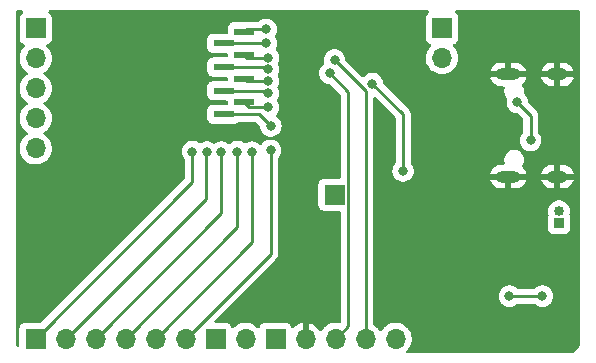
<source format=gbr>
%TF.GenerationSoftware,KiCad,Pcbnew,(5.99.0-9526-g5c17ff0595)*%
%TF.CreationDate,2021-04-11T22:42:18-05:00*%
%TF.ProjectId,E73_Devboard,4537335f-4465-4766-926f-6172642e6b69,rev?*%
%TF.SameCoordinates,Original*%
%TF.FileFunction,Copper,L2,Bot*%
%TF.FilePolarity,Positive*%
%FSLAX46Y46*%
G04 Gerber Fmt 4.6, Leading zero omitted, Abs format (unit mm)*
G04 Created by KiCad (PCBNEW (5.99.0-9526-g5c17ff0595)) date 2021-04-11 22:42:18*
%MOMM*%
%LPD*%
G01*
G04 APERTURE LIST*
%TA.AperFunction,SMDPad,CuDef*%
%ADD10R,1.750000X0.600000*%
%TD*%
%TA.AperFunction,ComponentPad*%
%ADD11O,1.800000X1.000000*%
%TD*%
%TA.AperFunction,ComponentPad*%
%ADD12O,2.100000X1.000000*%
%TD*%
%TA.AperFunction,ComponentPad*%
%ADD13O,1.700000X1.700000*%
%TD*%
%TA.AperFunction,ComponentPad*%
%ADD14R,1.700000X1.700000*%
%TD*%
%TA.AperFunction,ComponentPad*%
%ADD15O,0.850000X0.850000*%
%TD*%
%TA.AperFunction,ComponentPad*%
%ADD16R,0.850000X0.850000*%
%TD*%
%TA.AperFunction,ViaPad*%
%ADD17C,0.800000*%
%TD*%
%TA.AperFunction,Conductor*%
%ADD18C,0.250000*%
%TD*%
G04 APERTURE END LIST*
D10*
%TO.P,J8,8,Pin_8*%
%TO.N,Net-(J8-Pad8)*%
X146550000Y-67600000D03*
%TO.P,J8,6,Pin_6*%
%TO.N,Net-(J8-Pad6)*%
X146550000Y-69600000D03*
%TO.P,J8,4,Pin_4*%
%TO.N,Net-(J8-Pad4)*%
X146550000Y-71600000D03*
%TO.P,J8,2,Pin_2*%
%TO.N,Net-(J8-Pad2)*%
X146550000Y-73600000D03*
%TO.P,J8,7,Pin_7*%
%TO.N,Net-(J8-Pad7)*%
X144800000Y-68600000D03*
%TO.P,J8,5,Pin_5*%
%TO.N,Net-(J8-Pad5)*%
X144800000Y-70600000D03*
%TO.P,J8,3,Pin_3*%
%TO.N,Net-(J8-Pad3)*%
X144800000Y-72600000D03*
%TO.P,J8,1,Pin_1*%
%TO.N,Net-(J8-Pad1)*%
X144800000Y-74600000D03*
%TD*%
D11*
%TO.P,P1,S1,SHIELD*%
%TO.N,VSS*%
X173062500Y-71230000D03*
X173062500Y-79870000D03*
D12*
X168912500Y-71230000D03*
X168912500Y-79870000D03*
%TD*%
D13*
%TO.P,J7,6,Pin_6*%
%TO.N,Net-(J7-Pad6)*%
X141580000Y-93600000D03*
%TO.P,J7,5,Pin_5*%
%TO.N,Net-(J7-Pad5)*%
X139040000Y-93600000D03*
%TO.P,J7,4,Pin_4*%
%TO.N,Net-(J7-Pad4)*%
X136500000Y-93600000D03*
%TO.P,J7,3,Pin_3*%
%TO.N,Net-(J7-Pad3)*%
X133960000Y-93600000D03*
%TO.P,J7,2,Pin_2*%
%TO.N,Net-(J7-Pad2)*%
X131420000Y-93600000D03*
D14*
%TO.P,J7,1,Pin_1*%
%TO.N,Net-(J7-Pad1)*%
X128880000Y-93600000D03*
%TD*%
D13*
%TO.P,J6,2,Pin_2*%
%TO.N,Net-(J6-Pad2)*%
X146665000Y-93600000D03*
D14*
%TO.P,J6,1,Pin_1*%
%TO.N,Net-(J6-Pad1)*%
X144125000Y-93600000D03*
%TD*%
D13*
%TO.P,J5,5,Pin_5*%
%TO.N,Net-(J5-Pad5)*%
X128900000Y-77480000D03*
%TO.P,J5,4,Pin_4*%
%TO.N,Net-(J5-Pad4)*%
X128900000Y-74940000D03*
%TO.P,J5,3,Pin_3*%
%TO.N,Net-(J5-Pad3)*%
X128900000Y-72400000D03*
%TO.P,J5,2,Pin_2*%
%TO.N,Net-(J5-Pad2)*%
X128900000Y-69860000D03*
D14*
%TO.P,J5,1,Pin_1*%
%TO.N,Net-(J5-Pad1)*%
X128900000Y-67320000D03*
%TD*%
%TO.P,J4,1,Pin_1*%
%TO.N,Net-(J4-Pad1)*%
X154200000Y-81400000D03*
%TD*%
D13*
%TO.P,J3,2,Pin_2*%
%TO.N,Net-(J3-Pad2)*%
X163300000Y-69840000D03*
D14*
%TO.P,J3,1,Pin_1*%
%TO.N,Net-(J3-Pad1)*%
X163300000Y-67300000D03*
%TD*%
D15*
%TO.P,J2,2,Pin_2*%
%TO.N,VBUS*%
X173200000Y-82800000D03*
D16*
%TO.P,J2,1,Pin_1*%
%TO.N,Net-(C3-Pad1)*%
X173200000Y-83800000D03*
%TD*%
D13*
%TO.P,J1,5,Pin_5*%
%TO.N,RST*%
X159365000Y-93600000D03*
%TO.P,J1,4,Pin_4*%
%TO.N,SWD*%
X156825000Y-93600000D03*
%TO.P,J1,3,Pin_3*%
%TO.N,SWDIO*%
X154285000Y-93600000D03*
%TO.P,J1,2,Pin_2*%
%TO.N,VSS*%
X151745000Y-93600000D03*
D14*
%TO.P,J1,1,Pin_1*%
%TO.N,VCC*%
X149205000Y-93600000D03*
%TD*%
D17*
%TO.N,VSS*%
X150400000Y-79000000D03*
X165800000Y-73600000D03*
X166200000Y-76600000D03*
X173400000Y-75400000D03*
X164800000Y-83400000D03*
X152200000Y-88400000D03*
X138200000Y-80800000D03*
X134200000Y-76000000D03*
X134800000Y-71800000D03*
%TO.N,Net-(J7-Pad1)*%
X142169616Y-77755895D03*
%TO.N,Net-(J7-Pad2)*%
X143392891Y-77791581D03*
%TO.N,Net-(J7-Pad3)*%
X144625735Y-77800000D03*
%TO.N,Net-(J7-Pad4)*%
X145972285Y-77761026D03*
%TO.N,Net-(J7-Pad5)*%
X147197040Y-77796585D03*
%TO.N,Net-(J7-Pad6)*%
X148780702Y-77655262D03*
%TO.N,VCC*%
X171800000Y-90000000D03*
X169000000Y-90000000D03*
%TO.N,VBUS*%
X169675000Y-73600000D03*
X170800000Y-76800000D03*
%TO.N,SWDIO*%
X153800000Y-71125000D03*
%TO.N,SWD*%
X154200000Y-70000000D03*
%TO.N,Net-(SW1-Pad1)*%
X157400000Y-72000000D03*
X160000000Y-79400000D03*
%TO.N,Net-(J8-Pad1)*%
X148800000Y-75600000D03*
%TO.N,Net-(J8-Pad2)*%
X148600000Y-74000000D03*
%TO.N,Net-(J8-Pad3)*%
X148585115Y-72821225D03*
%TO.N,Net-(J8-Pad4)*%
X148595516Y-71806320D03*
%TO.N,Net-(J8-Pad5)*%
X148600000Y-70800000D03*
%TO.N,Net-(J8-Pad6)*%
X148600000Y-69800000D03*
%TO.N,Net-(J8-Pad7)*%
X148400000Y-68600000D03*
%TO.N,Net-(J8-Pad8)*%
X148400000Y-67400000D03*
%TD*%
D18*
%TO.N,Net-(J7-Pad3)*%
X144625735Y-77800000D02*
X144625735Y-82934265D01*
X144625735Y-82934265D02*
X133960000Y-93600000D01*
%TO.N,Net-(J7-Pad2)*%
X143278748Y-77905724D02*
X143278748Y-81741252D01*
X143392891Y-77791581D02*
X143278748Y-77905724D01*
X143278748Y-81741252D02*
X131420000Y-93600000D01*
%TO.N,Net-(J7-Pad1)*%
X142169616Y-80310384D02*
X142169616Y-77755895D01*
X128880000Y-93600000D02*
X142169616Y-80310384D01*
%TO.N,Net-(J7-Pad4)*%
X145972285Y-84127715D02*
X145972285Y-77761026D01*
X136500000Y-93600000D02*
X145972285Y-84127715D01*
%TO.N,Net-(J7-Pad5)*%
X147200000Y-77799545D02*
X147197040Y-77796585D01*
X139040000Y-93600000D02*
X147200000Y-85440000D01*
X147200000Y-85440000D02*
X147200000Y-77799545D01*
%TO.N,Net-(J7-Pad6)*%
X148780702Y-86399298D02*
X148780702Y-77655262D01*
X141580000Y-93600000D02*
X148780702Y-86399298D01*
%TO.N,VCC*%
X169000000Y-90000000D02*
X171800000Y-90000000D01*
%TO.N,VBUS*%
X170800000Y-74725000D02*
X170800000Y-76800000D01*
X169675000Y-73600000D02*
X170800000Y-74725000D01*
%TO.N,SWDIO*%
X153800000Y-71125000D02*
X155375011Y-72700011D01*
X155375011Y-92509989D02*
X154285000Y-93600000D01*
X155375011Y-72700011D02*
X155375011Y-92509989D01*
%TO.N,SWD*%
X154200000Y-70000000D02*
X156825000Y-72625000D01*
X156825000Y-72625000D02*
X156825000Y-93600000D01*
%TO.N,Net-(SW1-Pad1)*%
X160000000Y-74600000D02*
X157400000Y-72000000D01*
X160000000Y-79400000D02*
X160000000Y-74600000D01*
%TO.N,Net-(J8-Pad1)*%
X147800000Y-74600000D02*
X144800000Y-74600000D01*
X148800000Y-75600000D02*
X147800000Y-74600000D01*
%TO.N,Net-(J8-Pad2)*%
X148600000Y-74000000D02*
X146950000Y-74000000D01*
X146950000Y-74000000D02*
X146550000Y-73600000D01*
%TO.N,Net-(J8-Pad3)*%
X148585115Y-72821225D02*
X148363890Y-72600000D01*
X148363890Y-72600000D02*
X144800000Y-72600000D01*
%TO.N,Net-(J8-Pad4)*%
X148595516Y-71806320D02*
X146756320Y-71806320D01*
X146756320Y-71806320D02*
X146550000Y-71600000D01*
%TO.N,Net-(J8-Pad5)*%
X148600000Y-70800000D02*
X148400000Y-70600000D01*
X148400000Y-70600000D02*
X144800000Y-70600000D01*
%TO.N,Net-(J8-Pad6)*%
X148600000Y-69800000D02*
X146750000Y-69800000D01*
X146750000Y-69800000D02*
X146550000Y-69600000D01*
%TO.N,Net-(J8-Pad7)*%
X148400000Y-68600000D02*
X144800000Y-68600000D01*
%TO.N,Net-(J8-Pad8)*%
X148400000Y-67400000D02*
X146750000Y-67400000D01*
X146750000Y-67400000D02*
X146550000Y-67600000D01*
%TD*%
%TA.AperFunction,Conductor*%
%TO.N,VSS*%
G36*
X127791413Y-65820002D02*
G01*
X127837906Y-65873658D01*
X127848010Y-65943932D01*
X127818516Y-66008512D01*
X127791413Y-66031998D01*
X127721309Y-66077051D01*
X127721306Y-66077053D01*
X127713729Y-66081923D01*
X127707828Y-66088733D01*
X127623918Y-66185569D01*
X127623916Y-66185572D01*
X127618016Y-66192381D01*
X127557300Y-66325330D01*
X127556018Y-66334245D01*
X127556018Y-66334246D01*
X127537139Y-66465552D01*
X127537138Y-66465559D01*
X127536500Y-66470000D01*
X127536500Y-68170000D01*
X127541727Y-68243079D01*
X127559281Y-68302864D01*
X127577032Y-68363316D01*
X127582904Y-68383316D01*
X127587775Y-68390895D01*
X127657051Y-68498691D01*
X127657053Y-68498694D01*
X127661923Y-68506271D01*
X127668733Y-68512172D01*
X127765569Y-68596082D01*
X127765572Y-68596084D01*
X127772381Y-68601984D01*
X127780579Y-68605728D01*
X127811031Y-68619635D01*
X127905330Y-68662700D01*
X127911639Y-68663607D01*
X127970244Y-68701269D01*
X127999738Y-68765849D01*
X127989636Y-68836123D01*
X127957601Y-68878949D01*
X127940781Y-68893545D01*
X127922492Y-68909415D01*
X127919109Y-68913541D01*
X127919105Y-68913545D01*
X127871541Y-68971554D01*
X127776304Y-69087705D01*
X127662245Y-69288077D01*
X127583578Y-69504802D01*
X127582629Y-69510051D01*
X127582628Y-69510054D01*
X127561219Y-69628446D01*
X127542551Y-69731683D01*
X127542500Y-69737023D01*
X127540756Y-69918733D01*
X127540338Y-69962233D01*
X127577002Y-70189861D01*
X127651494Y-70408056D01*
X127654044Y-70412743D01*
X127654045Y-70412745D01*
X127670101Y-70442254D01*
X127761685Y-70610580D01*
X127904424Y-70791644D01*
X127957539Y-70839553D01*
X128071659Y-70942489D01*
X128071665Y-70942494D01*
X128075629Y-70946069D01*
X128080142Y-70948928D01*
X128080144Y-70948929D01*
X128198242Y-71023731D01*
X128245087Y-71077079D01*
X128255654Y-71147285D01*
X128226587Y-71212058D01*
X128196186Y-71237894D01*
X128101196Y-71295535D01*
X128101189Y-71295540D01*
X128096631Y-71298306D01*
X128092601Y-71301803D01*
X127932131Y-71441051D01*
X127922492Y-71449415D01*
X127919109Y-71453541D01*
X127919105Y-71453545D01*
X127879943Y-71501307D01*
X127776304Y-71627705D01*
X127773665Y-71632341D01*
X127773663Y-71632344D01*
X127760070Y-71656224D01*
X127662245Y-71828077D01*
X127583578Y-72044802D01*
X127582629Y-72050051D01*
X127582628Y-72050054D01*
X127551118Y-72224309D01*
X127542551Y-72271683D01*
X127542500Y-72277023D01*
X127540843Y-72449671D01*
X127540338Y-72502233D01*
X127577002Y-72729861D01*
X127651494Y-72948056D01*
X127654044Y-72952743D01*
X127654045Y-72952745D01*
X127689240Y-73017431D01*
X127761685Y-73150580D01*
X127904424Y-73331644D01*
X127908389Y-73335220D01*
X128071659Y-73482489D01*
X128071665Y-73482494D01*
X128075629Y-73486069D01*
X128080142Y-73488928D01*
X128080144Y-73488929D01*
X128198242Y-73563731D01*
X128245087Y-73617079D01*
X128255654Y-73687285D01*
X128226587Y-73752058D01*
X128196186Y-73777894D01*
X128101196Y-73835535D01*
X128101189Y-73835540D01*
X128096631Y-73838306D01*
X128092601Y-73841803D01*
X127999426Y-73922656D01*
X127922492Y-73989415D01*
X127919109Y-73993541D01*
X127919105Y-73993545D01*
X127846768Y-74081767D01*
X127776304Y-74167705D01*
X127773665Y-74172341D01*
X127773663Y-74172344D01*
X127690091Y-74319158D01*
X127662245Y-74368077D01*
X127583578Y-74584802D01*
X127582629Y-74590051D01*
X127582628Y-74590054D01*
X127545608Y-74794778D01*
X127542551Y-74811683D01*
X127542064Y-74862404D01*
X127540940Y-74979562D01*
X127540338Y-75042233D01*
X127577002Y-75269861D01*
X127651494Y-75488056D01*
X127654044Y-75492743D01*
X127654045Y-75492745D01*
X127703738Y-75584078D01*
X127761685Y-75690580D01*
X127904424Y-75871644D01*
X127908389Y-75875220D01*
X128071659Y-76022489D01*
X128071665Y-76022494D01*
X128075629Y-76026069D01*
X128080142Y-76028928D01*
X128080144Y-76028929D01*
X128198242Y-76103731D01*
X128245087Y-76157079D01*
X128255654Y-76227285D01*
X128226587Y-76292058D01*
X128196186Y-76317894D01*
X128101196Y-76375535D01*
X128101189Y-76375540D01*
X128096631Y-76378306D01*
X128092601Y-76381803D01*
X127990776Y-76470162D01*
X127922492Y-76529415D01*
X127919109Y-76533541D01*
X127919105Y-76533545D01*
X127866083Y-76598211D01*
X127776304Y-76707705D01*
X127773665Y-76712341D01*
X127773663Y-76712344D01*
X127727503Y-76793435D01*
X127662245Y-76908077D01*
X127583578Y-77124802D01*
X127582629Y-77130051D01*
X127582628Y-77130054D01*
X127555878Y-77277985D01*
X127542551Y-77351683D01*
X127542238Y-77384341D01*
X127541097Y-77503210D01*
X127540338Y-77582233D01*
X127577002Y-77809861D01*
X127651494Y-78028056D01*
X127761685Y-78230580D01*
X127904424Y-78411644D01*
X127942351Y-78445854D01*
X128071659Y-78562489D01*
X128071665Y-78562494D01*
X128075629Y-78566069D01*
X128270406Y-78689439D01*
X128483184Y-78778228D01*
X128488387Y-78779425D01*
X128488392Y-78779426D01*
X128702678Y-78828701D01*
X128702683Y-78828702D01*
X128707881Y-78829897D01*
X128713209Y-78830200D01*
X128713212Y-78830200D01*
X128869293Y-78839063D01*
X128938071Y-78842968D01*
X128943378Y-78842368D01*
X128943380Y-78842368D01*
X129068447Y-78828229D01*
X129167173Y-78817068D01*
X129172288Y-78815587D01*
X129172292Y-78815586D01*
X129301298Y-78778228D01*
X129388635Y-78752937D01*
X129596125Y-78652409D01*
X129600463Y-78649309D01*
X129600468Y-78649306D01*
X129779370Y-78521459D01*
X129783711Y-78518357D01*
X129946030Y-78354617D01*
X129977740Y-78309415D01*
X130075375Y-78170236D01*
X130075376Y-78170234D01*
X130078439Y-78165868D01*
X130177153Y-77957508D01*
X130239349Y-77735494D01*
X130263249Y-77506176D01*
X130263500Y-77480000D01*
X130255917Y-77390626D01*
X130244458Y-77255576D01*
X130244457Y-77255572D01*
X130244007Y-77250265D01*
X130224391Y-77174686D01*
X130198427Y-77074654D01*
X130186084Y-77027098D01*
X130179629Y-77012767D01*
X130093578Y-76821743D01*
X130093577Y-76821741D01*
X130091388Y-76816882D01*
X129962627Y-76625626D01*
X129941801Y-76603794D01*
X129867507Y-76525915D01*
X129803482Y-76458799D01*
X129618504Y-76321171D01*
X129613743Y-76318751D01*
X129610425Y-76316693D01*
X129563071Y-76263796D01*
X129551832Y-76193695D01*
X129580277Y-76128645D01*
X129603564Y-76107093D01*
X129617015Y-76097481D01*
X129783711Y-75978357D01*
X129946030Y-75814617D01*
X129949090Y-75810255D01*
X130075375Y-75630236D01*
X130075376Y-75630234D01*
X130078439Y-75625868D01*
X130177153Y-75417508D01*
X130239349Y-75195494D01*
X130263249Y-74966176D01*
X130263500Y-74940000D01*
X130262316Y-74926048D01*
X130244458Y-74715576D01*
X130244457Y-74715572D01*
X130244007Y-74710265D01*
X130234918Y-74675244D01*
X130187426Y-74492269D01*
X130186084Y-74487098D01*
X130182452Y-74479034D01*
X130093578Y-74281743D01*
X130093577Y-74281741D01*
X130091388Y-74276882D01*
X129962627Y-74085626D01*
X129803482Y-73918799D01*
X129618504Y-73781171D01*
X129613743Y-73778751D01*
X129610425Y-73776693D01*
X129563071Y-73723796D01*
X129551832Y-73653695D01*
X129580277Y-73588645D01*
X129603564Y-73567093D01*
X129642176Y-73539500D01*
X129783711Y-73438357D01*
X129946030Y-73274617D01*
X129974528Y-73233993D01*
X130075375Y-73090236D01*
X130075376Y-73090234D01*
X130078439Y-73085868D01*
X130177153Y-72877508D01*
X130239349Y-72655494D01*
X130263249Y-72426176D01*
X130263500Y-72400000D01*
X130256439Y-72316785D01*
X130244458Y-72175576D01*
X130244457Y-72175572D01*
X130244007Y-72170265D01*
X130242108Y-72162946D01*
X130187426Y-71952269D01*
X130186084Y-71947098D01*
X130180166Y-71933959D01*
X130093578Y-71741743D01*
X130093577Y-71741741D01*
X130091388Y-71736882D01*
X129962627Y-71545626D01*
X129945550Y-71527724D01*
X129876460Y-71455300D01*
X129803482Y-71378799D01*
X129618504Y-71241171D01*
X129613743Y-71238751D01*
X129610425Y-71236693D01*
X129563071Y-71183796D01*
X129551832Y-71113695D01*
X129580277Y-71048645D01*
X129603564Y-71027093D01*
X129655572Y-70989927D01*
X129783711Y-70898357D01*
X129921134Y-70759731D01*
X129942277Y-70738403D01*
X129942278Y-70738402D01*
X129946030Y-70734617D01*
X130033399Y-70610073D01*
X130075375Y-70550236D01*
X130075376Y-70550234D01*
X130078439Y-70545868D01*
X130096707Y-70507310D01*
X130174868Y-70342331D01*
X130177153Y-70337508D01*
X130239349Y-70115494D01*
X130241434Y-70095494D01*
X130256857Y-69947504D01*
X130263249Y-69886176D01*
X130263378Y-69872745D01*
X130263472Y-69862963D01*
X130263472Y-69862954D01*
X130263500Y-69860000D01*
X130263250Y-69857052D01*
X130244458Y-69635576D01*
X130244457Y-69635572D01*
X130244007Y-69630265D01*
X130242050Y-69622723D01*
X130187426Y-69412269D01*
X130186084Y-69407098D01*
X130177913Y-69388958D01*
X130093578Y-69201743D01*
X130093577Y-69201741D01*
X130091388Y-69196882D01*
X129962627Y-69005626D01*
X129956465Y-68999166D01*
X129830868Y-68867507D01*
X129798321Y-68804410D01*
X129805052Y-68733733D01*
X129848926Y-68677916D01*
X129886538Y-68659640D01*
X129919545Y-68649948D01*
X129954670Y-68639635D01*
X129954672Y-68639634D01*
X129963316Y-68637096D01*
X130027135Y-68596082D01*
X130078691Y-68562949D01*
X130078694Y-68562947D01*
X130086271Y-68558077D01*
X130126048Y-68512172D01*
X130176082Y-68454431D01*
X130176084Y-68454428D01*
X130181984Y-68447619D01*
X130242700Y-68314670D01*
X130244163Y-68304496D01*
X130262861Y-68174448D01*
X130262862Y-68174441D01*
X130263500Y-68170000D01*
X130263500Y-66470000D01*
X130258273Y-66396921D01*
X130217096Y-66256684D01*
X130168186Y-66180579D01*
X130142949Y-66141309D01*
X130142947Y-66141306D01*
X130138077Y-66133729D01*
X130027619Y-66038016D01*
X130019424Y-66034274D01*
X130015882Y-66031997D01*
X129969390Y-65978341D01*
X129959287Y-65908066D01*
X129988781Y-65843486D01*
X130048508Y-65805103D01*
X130084004Y-65800000D01*
X162092172Y-65800000D01*
X162160293Y-65820002D01*
X162206786Y-65873658D01*
X162216890Y-65943932D01*
X162187396Y-66008512D01*
X162160293Y-66031998D01*
X162121309Y-66057051D01*
X162121306Y-66057053D01*
X162113729Y-66061923D01*
X162107828Y-66068733D01*
X162023918Y-66165569D01*
X162023916Y-66165572D01*
X162018016Y-66172381D01*
X161957300Y-66305330D01*
X161956018Y-66314245D01*
X161956018Y-66314246D01*
X161937139Y-66445552D01*
X161937138Y-66445559D01*
X161936500Y-66450000D01*
X161936500Y-68150000D01*
X161941727Y-68223079D01*
X161982904Y-68363316D01*
X161987775Y-68370895D01*
X162057051Y-68478691D01*
X162057053Y-68478694D01*
X162061923Y-68486271D01*
X162068733Y-68492172D01*
X162165569Y-68576082D01*
X162165572Y-68576084D01*
X162172381Y-68581984D01*
X162305330Y-68642700D01*
X162311639Y-68643607D01*
X162370244Y-68681269D01*
X162399738Y-68745849D01*
X162389636Y-68816123D01*
X162357601Y-68858949D01*
X162322492Y-68889415D01*
X162319109Y-68893541D01*
X162319105Y-68893545D01*
X162227205Y-69005626D01*
X162176304Y-69067705D01*
X162173665Y-69072341D01*
X162173663Y-69072344D01*
X162138626Y-69133895D01*
X162062245Y-69268077D01*
X161983578Y-69484802D01*
X161982629Y-69490051D01*
X161982628Y-69490054D01*
X161960925Y-69610073D01*
X161942551Y-69711683D01*
X161942359Y-69731683D01*
X161940564Y-69918733D01*
X161940338Y-69942233D01*
X161977002Y-70169861D01*
X162051494Y-70388056D01*
X162054044Y-70392743D01*
X162054045Y-70392745D01*
X162083095Y-70446137D01*
X162161685Y-70590580D01*
X162304424Y-70771644D01*
X162308389Y-70775220D01*
X162471659Y-70922489D01*
X162471665Y-70922494D01*
X162475629Y-70926069D01*
X162480142Y-70928928D01*
X162480144Y-70928929D01*
X162549920Y-70973124D01*
X162670406Y-71049439D01*
X162883184Y-71138228D01*
X162888387Y-71139425D01*
X162888392Y-71139426D01*
X163102678Y-71188701D01*
X163102683Y-71188702D01*
X163107881Y-71189897D01*
X163113209Y-71190200D01*
X163113212Y-71190200D01*
X163269293Y-71199063D01*
X163338071Y-71202968D01*
X163343378Y-71202368D01*
X163343380Y-71202368D01*
X163464272Y-71188701D01*
X163567173Y-71177068D01*
X163572288Y-71175587D01*
X163572292Y-71175586D01*
X163701298Y-71138228D01*
X163788635Y-71112937D01*
X163996125Y-71012409D01*
X164000463Y-71009309D01*
X164000468Y-71009306D01*
X164051559Y-70972795D01*
X167390914Y-70972795D01*
X167397670Y-70976000D01*
X168640385Y-70976000D01*
X168655624Y-70971525D01*
X168656829Y-70970135D01*
X168658500Y-70962452D01*
X168658500Y-70240115D01*
X168657159Y-70235548D01*
X169166500Y-70235548D01*
X169166500Y-70957885D01*
X169170975Y-70973124D01*
X169172365Y-70974329D01*
X169180048Y-70976000D01*
X170420552Y-70976000D01*
X170431467Y-70972795D01*
X171690914Y-70972795D01*
X171697670Y-70976000D01*
X172790385Y-70976000D01*
X172805624Y-70971525D01*
X172806829Y-70970135D01*
X172808500Y-70962452D01*
X172808500Y-70240115D01*
X172807159Y-70235548D01*
X173316500Y-70235548D01*
X173316500Y-70957885D01*
X173320975Y-70973124D01*
X173322365Y-70974329D01*
X173330048Y-70976000D01*
X174420552Y-70976000D01*
X174434083Y-70972027D01*
X174435203Y-70964232D01*
X174403479Y-70856443D01*
X174398880Y-70845059D01*
X174312996Y-70680778D01*
X174306282Y-70670517D01*
X174190120Y-70526041D01*
X174181542Y-70517281D01*
X174039530Y-70398119D01*
X174029416Y-70391193D01*
X173866958Y-70301882D01*
X173855694Y-70297054D01*
X173678984Y-70240998D01*
X173666997Y-70238450D01*
X173523839Y-70222393D01*
X173516815Y-70222000D01*
X173334615Y-70222000D01*
X173319376Y-70226475D01*
X173318171Y-70227865D01*
X173316500Y-70235548D01*
X172807159Y-70235548D01*
X172804025Y-70224876D01*
X172802635Y-70223671D01*
X172794952Y-70222000D01*
X172614588Y-70222000D01*
X172608440Y-70222301D01*
X172471874Y-70235691D01*
X172459839Y-70238074D01*
X172282376Y-70291654D01*
X172271034Y-70296329D01*
X172107356Y-70383357D01*
X172097140Y-70390144D01*
X171953481Y-70507310D01*
X171944777Y-70515954D01*
X171826614Y-70658788D01*
X171819754Y-70668959D01*
X171731582Y-70832031D01*
X171726832Y-70843330D01*
X171691120Y-70958693D01*
X171690914Y-70972795D01*
X170431467Y-70972795D01*
X170434083Y-70972027D01*
X170435203Y-70964232D01*
X170403479Y-70856443D01*
X170398880Y-70845059D01*
X170312996Y-70680778D01*
X170306282Y-70670517D01*
X170190120Y-70526041D01*
X170181542Y-70517281D01*
X170039530Y-70398119D01*
X170029416Y-70391193D01*
X169866958Y-70301882D01*
X169855694Y-70297054D01*
X169678984Y-70240998D01*
X169666997Y-70238450D01*
X169523839Y-70222393D01*
X169516815Y-70222000D01*
X169184615Y-70222000D01*
X169169376Y-70226475D01*
X169168171Y-70227865D01*
X169166500Y-70235548D01*
X168657159Y-70235548D01*
X168654025Y-70224876D01*
X168652635Y-70223671D01*
X168644952Y-70222000D01*
X168314588Y-70222000D01*
X168308440Y-70222301D01*
X168171874Y-70235691D01*
X168159839Y-70238074D01*
X167982376Y-70291654D01*
X167971034Y-70296329D01*
X167807356Y-70383357D01*
X167797140Y-70390144D01*
X167653481Y-70507310D01*
X167644777Y-70515954D01*
X167526614Y-70658788D01*
X167519754Y-70668959D01*
X167431582Y-70832031D01*
X167426832Y-70843330D01*
X167391120Y-70958693D01*
X167390914Y-70972795D01*
X164051559Y-70972795D01*
X164179370Y-70881459D01*
X164183711Y-70878357D01*
X164313211Y-70747723D01*
X164342277Y-70718403D01*
X164342278Y-70718402D01*
X164346030Y-70714617D01*
X164376967Y-70670517D01*
X164475375Y-70530236D01*
X164475376Y-70530234D01*
X164478439Y-70525868D01*
X164577153Y-70317508D01*
X164639349Y-70095494D01*
X164663249Y-69866176D01*
X164663500Y-69840000D01*
X164662898Y-69832904D01*
X164644458Y-69615576D01*
X164644457Y-69615572D01*
X164644007Y-69610265D01*
X164642328Y-69603794D01*
X164587426Y-69392269D01*
X164586084Y-69387098D01*
X164562944Y-69335728D01*
X164493578Y-69181743D01*
X164493577Y-69181741D01*
X164491388Y-69176882D01*
X164362627Y-68985626D01*
X164356843Y-68979562D01*
X164230868Y-68847507D01*
X164198321Y-68784410D01*
X164205052Y-68713733D01*
X164248926Y-68657916D01*
X164286538Y-68639640D01*
X164319545Y-68629948D01*
X164354670Y-68619635D01*
X164354672Y-68619634D01*
X164363316Y-68617096D01*
X164455151Y-68558077D01*
X164478691Y-68542949D01*
X164478694Y-68542947D01*
X164486271Y-68538077D01*
X164513831Y-68506271D01*
X164576082Y-68434431D01*
X164576084Y-68434428D01*
X164581984Y-68427619D01*
X164642700Y-68294670D01*
X164643982Y-68285754D01*
X164662861Y-68154448D01*
X164662862Y-68154441D01*
X164663500Y-68150000D01*
X164663500Y-66450000D01*
X164658273Y-66376921D01*
X164625507Y-66265330D01*
X164619635Y-66245330D01*
X164619634Y-66245328D01*
X164617096Y-66236684D01*
X164555802Y-66141309D01*
X164542949Y-66121309D01*
X164542947Y-66121306D01*
X164538077Y-66113729D01*
X164431321Y-66021224D01*
X164392938Y-65961498D01*
X164392938Y-65890501D01*
X164431322Y-65830775D01*
X164495903Y-65801282D01*
X164513834Y-65800000D01*
X174874000Y-65800000D01*
X174942121Y-65820002D01*
X174988614Y-65873658D01*
X175000000Y-65926000D01*
X175000000Y-94020118D01*
X174994896Y-94055618D01*
X174986486Y-94084258D01*
X174983649Y-94092783D01*
X174974236Y-94118020D01*
X174970799Y-94126318D01*
X174960872Y-94148056D01*
X174901287Y-94278528D01*
X174897261Y-94286571D01*
X174884357Y-94310203D01*
X174879767Y-94317938D01*
X174789321Y-94458677D01*
X174784197Y-94466057D01*
X174770891Y-94483832D01*
X174768041Y-94487639D01*
X174762400Y-94494639D01*
X174652849Y-94621070D01*
X174646719Y-94627653D01*
X174627654Y-94646718D01*
X174621071Y-94652847D01*
X174494655Y-94762387D01*
X174487661Y-94768025D01*
X174478514Y-94774872D01*
X174411992Y-94799679D01*
X174403009Y-94800000D01*
X160390796Y-94800000D01*
X160322675Y-94779998D01*
X160276182Y-94726342D01*
X160266078Y-94656068D01*
X160295572Y-94591488D01*
X160301292Y-94585316D01*
X160411030Y-94474617D01*
X160520942Y-94317938D01*
X160540375Y-94290236D01*
X160540376Y-94290234D01*
X160543439Y-94285868D01*
X160560786Y-94249254D01*
X160622338Y-94119333D01*
X160642153Y-94077508D01*
X160704349Y-93855494D01*
X160705692Y-93842614D01*
X160713562Y-93767093D01*
X160728249Y-93626176D01*
X160728500Y-93600000D01*
X160724847Y-93556944D01*
X160709458Y-93375576D01*
X160709457Y-93375572D01*
X160709007Y-93370265D01*
X160651084Y-93147098D01*
X160637467Y-93116868D01*
X160558578Y-92941743D01*
X160558577Y-92941741D01*
X160556388Y-92936882D01*
X160545338Y-92920468D01*
X160486009Y-92832344D01*
X160427627Y-92745626D01*
X160382394Y-92698209D01*
X160343764Y-92657715D01*
X160268482Y-92578799D01*
X160083504Y-92441171D01*
X160078753Y-92438755D01*
X160078749Y-92438753D01*
X159882740Y-92339097D01*
X159882739Y-92339097D01*
X159877982Y-92336678D01*
X159766906Y-92302188D01*
X159662895Y-92269891D01*
X159662889Y-92269890D01*
X159657792Y-92268307D01*
X159552798Y-92254391D01*
X159434515Y-92238714D01*
X159434510Y-92238714D01*
X159429230Y-92238014D01*
X159423900Y-92238214D01*
X159423899Y-92238214D01*
X159330320Y-92241727D01*
X159198831Y-92246663D01*
X159154246Y-92256018D01*
X158978411Y-92292912D01*
X158978408Y-92292913D01*
X158973184Y-92294009D01*
X158758740Y-92378697D01*
X158561631Y-92498306D01*
X158557601Y-92501803D01*
X158430280Y-92612286D01*
X158387492Y-92649415D01*
X158384109Y-92653541D01*
X158384105Y-92653545D01*
X158344782Y-92701504D01*
X158241304Y-92827705D01*
X158238667Y-92832338D01*
X158238666Y-92832339D01*
X158205116Y-92891278D01*
X158154033Y-92940584D01*
X158084402Y-92954445D01*
X158018332Y-92928461D01*
X157991094Y-92899312D01*
X157985686Y-92891278D01*
X157890818Y-92750366D01*
X157890607Y-92750052D01*
X157890605Y-92750050D01*
X157887627Y-92745626D01*
X157842394Y-92698209D01*
X157803764Y-92657715D01*
X157728482Y-92578799D01*
X157543504Y-92441171D01*
X157538747Y-92438752D01*
X157538743Y-92438750D01*
X157527394Y-92432980D01*
X157475737Y-92384276D01*
X157458500Y-92320664D01*
X157458500Y-90000000D01*
X168086500Y-90000000D01*
X168106462Y-90189927D01*
X168165476Y-90371554D01*
X168260963Y-90536942D01*
X168388749Y-90678863D01*
X168394091Y-90682744D01*
X168394093Y-90682746D01*
X168537908Y-90787233D01*
X168543250Y-90791114D01*
X168549278Y-90793798D01*
X168549280Y-90793799D01*
X168711682Y-90866105D01*
X168717713Y-90868790D01*
X168811113Y-90888643D01*
X168898056Y-90907124D01*
X168898061Y-90907124D01*
X168904513Y-90908496D01*
X169095487Y-90908496D01*
X169101939Y-90907124D01*
X169101944Y-90907124D01*
X169188887Y-90888643D01*
X169282287Y-90868790D01*
X169288318Y-90866105D01*
X169450720Y-90793799D01*
X169450722Y-90793798D01*
X169456750Y-90791114D01*
X169462092Y-90787233D01*
X169605907Y-90682746D01*
X169605909Y-90682744D01*
X169611251Y-90678863D01*
X169615673Y-90673952D01*
X169620575Y-90669538D01*
X169621701Y-90670789D01*
X169675000Y-90637951D01*
X169708194Y-90633500D01*
X171091806Y-90633500D01*
X171159927Y-90653502D01*
X171179151Y-90669842D01*
X171179425Y-90669538D01*
X171184327Y-90673952D01*
X171188749Y-90678863D01*
X171194091Y-90682744D01*
X171194093Y-90682746D01*
X171337908Y-90787233D01*
X171343250Y-90791114D01*
X171349278Y-90793798D01*
X171349280Y-90793799D01*
X171511682Y-90866105D01*
X171517713Y-90868790D01*
X171611113Y-90888643D01*
X171698056Y-90907124D01*
X171698061Y-90907124D01*
X171704513Y-90908496D01*
X171895487Y-90908496D01*
X171901939Y-90907124D01*
X171901944Y-90907124D01*
X171988887Y-90888643D01*
X172082287Y-90868790D01*
X172088318Y-90866105D01*
X172250720Y-90793799D01*
X172250722Y-90793798D01*
X172256750Y-90791114D01*
X172262092Y-90787233D01*
X172405907Y-90682746D01*
X172405909Y-90682744D01*
X172411251Y-90678863D01*
X172539037Y-90536942D01*
X172634524Y-90371554D01*
X172693538Y-90189927D01*
X172713500Y-90000000D01*
X172693538Y-89810073D01*
X172634524Y-89628446D01*
X172539037Y-89463058D01*
X172411251Y-89321137D01*
X172405909Y-89317256D01*
X172405907Y-89317254D01*
X172262092Y-89212767D01*
X172262091Y-89212766D01*
X172256750Y-89208886D01*
X172250722Y-89206202D01*
X172250720Y-89206201D01*
X172088318Y-89133895D01*
X172088317Y-89133895D01*
X172082287Y-89131210D01*
X171988887Y-89111357D01*
X171901944Y-89092876D01*
X171901939Y-89092876D01*
X171895487Y-89091504D01*
X171704513Y-89091504D01*
X171698061Y-89092876D01*
X171698056Y-89092876D01*
X171611113Y-89111357D01*
X171517713Y-89131210D01*
X171511683Y-89133895D01*
X171511682Y-89133895D01*
X171349280Y-89206201D01*
X171349278Y-89206202D01*
X171343250Y-89208886D01*
X171337909Y-89212766D01*
X171337908Y-89212767D01*
X171194093Y-89317254D01*
X171194091Y-89317256D01*
X171188749Y-89321137D01*
X171184328Y-89326047D01*
X171179425Y-89330462D01*
X171178299Y-89329211D01*
X171125000Y-89362049D01*
X171091806Y-89366500D01*
X169708194Y-89366500D01*
X169640073Y-89346498D01*
X169620849Y-89330158D01*
X169620575Y-89330462D01*
X169615672Y-89326047D01*
X169611251Y-89321137D01*
X169605909Y-89317256D01*
X169605907Y-89317254D01*
X169462092Y-89212767D01*
X169462091Y-89212766D01*
X169456750Y-89208886D01*
X169450722Y-89206202D01*
X169450720Y-89206201D01*
X169288318Y-89133895D01*
X169288317Y-89133895D01*
X169282287Y-89131210D01*
X169188887Y-89111357D01*
X169101944Y-89092876D01*
X169101939Y-89092876D01*
X169095487Y-89091504D01*
X168904513Y-89091504D01*
X168898061Y-89092876D01*
X168898056Y-89092876D01*
X168811113Y-89111357D01*
X168717713Y-89131210D01*
X168711683Y-89133895D01*
X168711682Y-89133895D01*
X168549280Y-89206201D01*
X168549278Y-89206202D01*
X168543250Y-89208886D01*
X168537909Y-89212766D01*
X168537908Y-89212767D01*
X168394093Y-89317254D01*
X168394091Y-89317256D01*
X168388749Y-89321137D01*
X168260963Y-89463058D01*
X168165476Y-89628446D01*
X168106462Y-89810073D01*
X168086500Y-90000000D01*
X157458500Y-90000000D01*
X157458500Y-82800000D01*
X172261500Y-82800000D01*
X172262190Y-82806565D01*
X172280828Y-82983896D01*
X172282008Y-82995125D01*
X172284049Y-83001407D01*
X172284050Y-83001411D01*
X172311623Y-83086271D01*
X172313651Y-83157238D01*
X172306404Y-83177549D01*
X172286042Y-83222135D01*
X172286041Y-83222138D01*
X172282300Y-83230330D01*
X172281018Y-83239245D01*
X172281018Y-83239246D01*
X172262139Y-83370552D01*
X172262138Y-83370559D01*
X172261500Y-83375000D01*
X172261500Y-84225000D01*
X172266727Y-84298079D01*
X172268631Y-84304562D01*
X172298625Y-84406713D01*
X172307904Y-84438316D01*
X172312775Y-84445895D01*
X172382051Y-84553691D01*
X172382053Y-84553694D01*
X172386923Y-84561271D01*
X172393733Y-84567172D01*
X172490569Y-84651082D01*
X172490572Y-84651084D01*
X172497381Y-84656984D01*
X172630330Y-84717700D01*
X172639245Y-84718982D01*
X172639246Y-84718982D01*
X172770552Y-84737861D01*
X172770559Y-84737862D01*
X172775000Y-84738500D01*
X173625000Y-84738500D01*
X173698079Y-84733273D01*
X173776165Y-84710345D01*
X173829670Y-84694635D01*
X173829672Y-84694634D01*
X173838316Y-84692096D01*
X173912378Y-84644499D01*
X173953691Y-84617949D01*
X173953694Y-84617947D01*
X173961271Y-84613077D01*
X174001048Y-84567172D01*
X174051082Y-84509431D01*
X174051084Y-84509428D01*
X174056984Y-84502619D01*
X174117700Y-84369670D01*
X174128962Y-84291340D01*
X174137861Y-84229448D01*
X174137862Y-84229441D01*
X174138500Y-84225000D01*
X174138500Y-83375000D01*
X174133273Y-83301921D01*
X174092096Y-83161684D01*
X174093840Y-83161172D01*
X174085295Y-83101723D01*
X174090179Y-83080723D01*
X174095982Y-83062863D01*
X174117992Y-82995125D01*
X174119173Y-82983896D01*
X174137810Y-82806565D01*
X174138500Y-82800000D01*
X174134597Y-82762861D01*
X174118683Y-82611445D01*
X174118682Y-82611441D01*
X174117992Y-82604875D01*
X174057362Y-82418278D01*
X173959262Y-82248364D01*
X173899087Y-82181532D01*
X173832401Y-82107470D01*
X173832400Y-82107469D01*
X173827979Y-82102559D01*
X173669250Y-81987235D01*
X173663222Y-81984551D01*
X173663220Y-81984550D01*
X173496043Y-81910118D01*
X173496042Y-81910118D01*
X173490012Y-81907433D01*
X173394056Y-81887037D01*
X173304557Y-81868013D01*
X173304553Y-81868013D01*
X173298100Y-81866641D01*
X173101900Y-81866641D01*
X173095447Y-81868013D01*
X173095443Y-81868013D01*
X173005944Y-81887037D01*
X172909988Y-81907433D01*
X172903958Y-81910118D01*
X172903957Y-81910118D01*
X172736780Y-81984550D01*
X172736778Y-81984551D01*
X172730750Y-81987235D01*
X172572021Y-82102559D01*
X172567600Y-82107469D01*
X172567599Y-82107470D01*
X172500914Y-82181532D01*
X172440738Y-82248364D01*
X172342638Y-82418278D01*
X172282008Y-82604875D01*
X172281318Y-82611441D01*
X172281317Y-82611445D01*
X172265403Y-82762861D01*
X172261500Y-82800000D01*
X157458500Y-82800000D01*
X157458500Y-73258594D01*
X157478502Y-73190473D01*
X157532158Y-73143980D01*
X157602432Y-73133876D01*
X157667012Y-73163370D01*
X157673595Y-73169499D01*
X159329595Y-74825499D01*
X159363621Y-74887811D01*
X159366500Y-74914594D01*
X159366500Y-78697481D01*
X159346498Y-78765602D01*
X159334136Y-78781791D01*
X159260963Y-78863058D01*
X159165476Y-79028446D01*
X159163434Y-79034731D01*
X159131876Y-79131858D01*
X159106462Y-79210073D01*
X159105772Y-79216636D01*
X159105772Y-79216637D01*
X159087190Y-79393435D01*
X159086500Y-79400000D01*
X159087190Y-79406565D01*
X159096637Y-79496443D01*
X159106462Y-79589927D01*
X159108502Y-79596205D01*
X159108502Y-79596206D01*
X159140957Y-79696093D01*
X159165476Y-79771554D01*
X159260963Y-79936942D01*
X159388749Y-80078863D01*
X159394091Y-80082744D01*
X159394093Y-80082746D01*
X159467072Y-80135768D01*
X159543250Y-80191114D01*
X159549278Y-80193798D01*
X159549280Y-80193799D01*
X159711682Y-80266105D01*
X159717713Y-80268790D01*
X159811113Y-80288643D01*
X159898056Y-80307124D01*
X159898061Y-80307124D01*
X159904513Y-80308496D01*
X160095487Y-80308496D01*
X160101939Y-80307124D01*
X160101944Y-80307124D01*
X160188887Y-80288643D01*
X160282287Y-80268790D01*
X160288318Y-80266105D01*
X160450720Y-80193799D01*
X160450722Y-80193798D01*
X160456750Y-80191114D01*
X160532928Y-80135768D01*
X167389797Y-80135768D01*
X167421521Y-80243557D01*
X167426120Y-80254941D01*
X167512004Y-80419222D01*
X167518718Y-80429483D01*
X167634880Y-80573959D01*
X167643458Y-80582719D01*
X167785470Y-80701881D01*
X167795584Y-80708807D01*
X167958042Y-80798118D01*
X167969306Y-80802946D01*
X168146016Y-80859002D01*
X168158003Y-80861550D01*
X168301161Y-80877607D01*
X168308185Y-80878000D01*
X168640385Y-80878000D01*
X168655624Y-80873525D01*
X168656829Y-80872135D01*
X168658500Y-80864452D01*
X168658500Y-80142115D01*
X168657159Y-80137548D01*
X169166500Y-80137548D01*
X169166500Y-80859885D01*
X169170975Y-80875124D01*
X169172365Y-80876329D01*
X169180048Y-80878000D01*
X169510412Y-80878000D01*
X169516560Y-80877699D01*
X169653126Y-80864309D01*
X169665161Y-80861926D01*
X169842624Y-80808346D01*
X169853966Y-80803671D01*
X170017644Y-80716643D01*
X170027860Y-80709856D01*
X170171519Y-80592690D01*
X170180223Y-80584046D01*
X170298386Y-80441212D01*
X170305246Y-80431041D01*
X170393418Y-80267969D01*
X170398168Y-80256670D01*
X170433880Y-80141307D01*
X170433961Y-80135768D01*
X171689797Y-80135768D01*
X171721521Y-80243557D01*
X171726120Y-80254941D01*
X171812004Y-80419222D01*
X171818718Y-80429483D01*
X171934880Y-80573959D01*
X171943458Y-80582719D01*
X172085470Y-80701881D01*
X172095584Y-80708807D01*
X172258042Y-80798118D01*
X172269306Y-80802946D01*
X172446016Y-80859002D01*
X172458003Y-80861550D01*
X172601161Y-80877607D01*
X172608185Y-80878000D01*
X172790385Y-80878000D01*
X172805624Y-80873525D01*
X172806829Y-80872135D01*
X172808500Y-80864452D01*
X172808500Y-80142115D01*
X172807159Y-80137548D01*
X173316500Y-80137548D01*
X173316500Y-80859885D01*
X173320975Y-80875124D01*
X173322365Y-80876329D01*
X173330048Y-80878000D01*
X173510412Y-80878000D01*
X173516560Y-80877699D01*
X173653126Y-80864309D01*
X173665161Y-80861926D01*
X173842624Y-80808346D01*
X173853966Y-80803671D01*
X174017644Y-80716643D01*
X174027860Y-80709856D01*
X174171519Y-80592690D01*
X174180223Y-80584046D01*
X174298386Y-80441212D01*
X174305246Y-80431041D01*
X174393418Y-80267969D01*
X174398168Y-80256670D01*
X174433880Y-80141307D01*
X174434086Y-80127205D01*
X174427330Y-80124000D01*
X173334615Y-80124000D01*
X173319376Y-80128475D01*
X173318171Y-80129865D01*
X173316500Y-80137548D01*
X172807159Y-80137548D01*
X172804025Y-80126876D01*
X172802635Y-80125671D01*
X172794952Y-80124000D01*
X171704448Y-80124000D01*
X171690917Y-80127973D01*
X171689797Y-80135768D01*
X170433961Y-80135768D01*
X170434086Y-80127205D01*
X170427330Y-80124000D01*
X169184615Y-80124000D01*
X169169376Y-80128475D01*
X169168171Y-80129865D01*
X169166500Y-80137548D01*
X168657159Y-80137548D01*
X168654025Y-80126876D01*
X168652635Y-80125671D01*
X168644952Y-80124000D01*
X167404448Y-80124000D01*
X167390917Y-80127973D01*
X167389797Y-80135768D01*
X160532928Y-80135768D01*
X160605907Y-80082746D01*
X160605909Y-80082744D01*
X160611251Y-80078863D01*
X160739037Y-79936942D01*
X160834524Y-79771554D01*
X160859043Y-79696093D01*
X160886108Y-79612795D01*
X167390914Y-79612795D01*
X167397670Y-79616000D01*
X170420552Y-79616000D01*
X170431467Y-79612795D01*
X171690914Y-79612795D01*
X171697670Y-79616000D01*
X172790385Y-79616000D01*
X172805624Y-79611525D01*
X172806829Y-79610135D01*
X172808500Y-79602452D01*
X172808500Y-78880115D01*
X172807159Y-78875548D01*
X173316500Y-78875548D01*
X173316500Y-79597885D01*
X173320975Y-79613124D01*
X173322365Y-79614329D01*
X173330048Y-79616000D01*
X174420552Y-79616000D01*
X174434083Y-79612027D01*
X174435203Y-79604232D01*
X174403479Y-79496443D01*
X174398880Y-79485059D01*
X174312996Y-79320778D01*
X174306282Y-79310517D01*
X174190120Y-79166041D01*
X174181542Y-79157281D01*
X174039530Y-79038119D01*
X174029416Y-79031193D01*
X173866958Y-78941882D01*
X173855694Y-78937054D01*
X173678984Y-78880998D01*
X173666997Y-78878450D01*
X173523839Y-78862393D01*
X173516815Y-78862000D01*
X173334615Y-78862000D01*
X173319376Y-78866475D01*
X173318171Y-78867865D01*
X173316500Y-78875548D01*
X172807159Y-78875548D01*
X172804025Y-78864876D01*
X172802635Y-78863671D01*
X172794952Y-78862000D01*
X172614588Y-78862000D01*
X172608440Y-78862301D01*
X172471874Y-78875691D01*
X172459839Y-78878074D01*
X172282376Y-78931654D01*
X172271034Y-78936329D01*
X172107356Y-79023357D01*
X172097140Y-79030144D01*
X171953481Y-79147310D01*
X171944777Y-79155954D01*
X171826614Y-79298788D01*
X171819754Y-79308959D01*
X171731582Y-79472031D01*
X171726832Y-79483330D01*
X171691120Y-79598693D01*
X171690914Y-79612795D01*
X170431467Y-79612795D01*
X170434083Y-79612027D01*
X170435203Y-79604232D01*
X170403479Y-79496443D01*
X170398880Y-79485059D01*
X170312996Y-79320778D01*
X170306282Y-79310517D01*
X170190120Y-79166041D01*
X170181537Y-79157276D01*
X170112301Y-79099180D01*
X170072974Y-79040071D01*
X170071848Y-78969083D01*
X170085744Y-78937012D01*
X170167644Y-78802837D01*
X170167644Y-78802836D01*
X170171197Y-78797016D01*
X170173418Y-78790566D01*
X170227940Y-78632225D01*
X170227941Y-78632222D01*
X170230163Y-78625768D01*
X170250980Y-78445854D01*
X170251000Y-78440000D01*
X170231440Y-78259944D01*
X170229264Y-78253477D01*
X170175849Y-78094759D01*
X170175847Y-78094754D01*
X170173671Y-78088289D01*
X170080390Y-77933044D01*
X170003248Y-77851468D01*
X169960636Y-77806406D01*
X169960634Y-77806404D01*
X169955949Y-77801450D01*
X169806152Y-77699648D01*
X169637989Y-77632388D01*
X169631262Y-77631274D01*
X169631257Y-77631273D01*
X169466044Y-77603922D01*
X169466040Y-77603922D01*
X169459306Y-77602807D01*
X169452489Y-77603164D01*
X169452485Y-77603164D01*
X169304405Y-77610925D01*
X169278440Y-77612286D01*
X169271867Y-77614097D01*
X169271864Y-77614097D01*
X169146250Y-77648697D01*
X169103828Y-77660382D01*
X168943617Y-77744852D01*
X168805282Y-77861754D01*
X168801139Y-77867173D01*
X168801137Y-77867175D01*
X168746025Y-77939258D01*
X168695277Y-78005634D01*
X168692394Y-78011817D01*
X168692392Y-78011820D01*
X168638474Y-78127449D01*
X168618735Y-78169780D01*
X168617249Y-78176428D01*
X168617248Y-78176431D01*
X168604208Y-78234771D01*
X168579226Y-78346533D01*
X168579202Y-78353356D01*
X168579202Y-78353357D01*
X168579130Y-78374104D01*
X168578593Y-78527647D01*
X168580036Y-78534319D01*
X168580036Y-78534323D01*
X168616867Y-78704672D01*
X168615148Y-78705044D01*
X168617359Y-78767176D01*
X168581124Y-78828229D01*
X168517633Y-78860001D01*
X168495277Y-78862000D01*
X168314588Y-78862000D01*
X168308440Y-78862301D01*
X168171874Y-78875691D01*
X168159839Y-78878074D01*
X167982376Y-78931654D01*
X167971034Y-78936329D01*
X167807356Y-79023357D01*
X167797140Y-79030144D01*
X167653481Y-79147310D01*
X167644777Y-79155954D01*
X167526614Y-79298788D01*
X167519754Y-79308959D01*
X167431582Y-79472031D01*
X167426832Y-79483330D01*
X167391120Y-79598693D01*
X167390914Y-79612795D01*
X160886108Y-79612795D01*
X160891498Y-79596206D01*
X160891498Y-79596205D01*
X160893538Y-79589927D01*
X160903364Y-79496443D01*
X160912810Y-79406565D01*
X160913500Y-79400000D01*
X160912810Y-79393435D01*
X160894228Y-79216637D01*
X160894228Y-79216636D01*
X160893538Y-79210073D01*
X160868125Y-79131858D01*
X160836566Y-79034731D01*
X160834524Y-79028446D01*
X160739037Y-78863058D01*
X160665864Y-78781791D01*
X160635146Y-78717784D01*
X160633500Y-78697481D01*
X160633500Y-74678383D01*
X160634014Y-74667479D01*
X160635666Y-74660088D01*
X160633562Y-74593134D01*
X160633500Y-74589176D01*
X160633500Y-74560422D01*
X160632961Y-74556155D01*
X160632027Y-74544305D01*
X160630888Y-74508040D01*
X160630639Y-74500117D01*
X160624988Y-74480666D01*
X160620978Y-74461304D01*
X160619433Y-74449073D01*
X160618440Y-74441212D01*
X160602166Y-74400108D01*
X160598321Y-74388878D01*
X160588198Y-74354034D01*
X160588197Y-74354032D01*
X160585986Y-74346421D01*
X160575677Y-74328989D01*
X160566980Y-74311236D01*
X160562442Y-74299775D01*
X160559522Y-74292400D01*
X160533531Y-74256626D01*
X160527016Y-74246707D01*
X160507529Y-74213758D01*
X160507527Y-74213755D01*
X160504513Y-74208659D01*
X160504145Y-74208241D01*
X160490062Y-74194158D01*
X160477228Y-74179133D01*
X160465446Y-74162917D01*
X160431664Y-74134970D01*
X160422885Y-74126981D01*
X158347118Y-72051214D01*
X158313092Y-71988902D01*
X158310903Y-71975290D01*
X158294228Y-71816637D01*
X158294228Y-71816636D01*
X158293538Y-71810073D01*
X158290186Y-71799755D01*
X158236566Y-71634731D01*
X158234524Y-71628446D01*
X158157922Y-71495768D01*
X167389797Y-71495768D01*
X167421521Y-71603557D01*
X167426120Y-71614941D01*
X167512004Y-71779222D01*
X167518718Y-71789483D01*
X167634880Y-71933959D01*
X167643458Y-71942719D01*
X167785470Y-72061881D01*
X167795584Y-72068807D01*
X167958042Y-72158118D01*
X167969306Y-72162946D01*
X168146016Y-72219002D01*
X168158003Y-72221550D01*
X168301161Y-72237607D01*
X168308185Y-72238000D01*
X168495388Y-72238000D01*
X168563509Y-72258002D01*
X168610002Y-72311658D01*
X168620106Y-72381932D01*
X168618353Y-72391486D01*
X168580715Y-72559868D01*
X168580714Y-72559875D01*
X168579226Y-72566533D01*
X168578593Y-72747647D01*
X168580036Y-72754319D01*
X168580036Y-72754323D01*
X168608809Y-72887404D01*
X168616867Y-72924672D01*
X168692262Y-73089348D01*
X168738404Y-73150580D01*
X168787928Y-73216301D01*
X168812950Y-73282742D01*
X168807133Y-73331065D01*
X168781462Y-73410073D01*
X168780772Y-73416636D01*
X168780772Y-73416637D01*
X168773360Y-73487158D01*
X168761500Y-73600000D01*
X168762190Y-73606565D01*
X168775019Y-73728621D01*
X168781462Y-73789927D01*
X168783502Y-73796205D01*
X168783502Y-73796206D01*
X168794601Y-73830365D01*
X168840476Y-73971554D01*
X168843779Y-73977276D01*
X168843780Y-73977277D01*
X168856899Y-74000000D01*
X168935963Y-74136942D01*
X168940381Y-74141849D01*
X168940382Y-74141850D01*
X169057981Y-74272457D01*
X169063749Y-74278863D01*
X169069091Y-74282744D01*
X169069093Y-74282746D01*
X169182677Y-74365269D01*
X169218250Y-74391114D01*
X169224278Y-74393798D01*
X169224280Y-74393799D01*
X169359469Y-74453989D01*
X169392713Y-74468790D01*
X169486113Y-74488643D01*
X169573056Y-74507124D01*
X169573061Y-74507124D01*
X169579513Y-74508496D01*
X169635402Y-74508496D01*
X169703523Y-74528498D01*
X169724497Y-74545401D01*
X170129595Y-74950499D01*
X170163621Y-75012811D01*
X170166500Y-75039594D01*
X170166500Y-76097481D01*
X170146498Y-76165602D01*
X170134136Y-76181791D01*
X170060963Y-76263058D01*
X169965476Y-76428446D01*
X169951922Y-76470162D01*
X169933807Y-76525915D01*
X169906462Y-76610073D01*
X169905772Y-76616636D01*
X169905772Y-76616637D01*
X169895713Y-76712344D01*
X169886500Y-76800000D01*
X169887190Y-76806565D01*
X169899788Y-76926423D01*
X169906462Y-76989927D01*
X169908502Y-76996205D01*
X169908502Y-76996206D01*
X169920220Y-77032269D01*
X169965476Y-77171554D01*
X170060963Y-77336942D01*
X170065381Y-77341849D01*
X170065382Y-77341850D01*
X170184327Y-77473952D01*
X170188749Y-77478863D01*
X170194091Y-77482744D01*
X170194093Y-77482746D01*
X170226342Y-77506176D01*
X170343250Y-77591114D01*
X170349278Y-77593798D01*
X170349280Y-77593799D01*
X170511682Y-77666105D01*
X170517713Y-77668790D01*
X170611113Y-77688643D01*
X170698056Y-77707124D01*
X170698061Y-77707124D01*
X170704513Y-77708496D01*
X170895487Y-77708496D01*
X170901939Y-77707124D01*
X170901944Y-77707124D01*
X170988887Y-77688643D01*
X171082287Y-77668790D01*
X171088318Y-77666105D01*
X171250720Y-77593799D01*
X171250722Y-77593798D01*
X171256750Y-77591114D01*
X171373658Y-77506176D01*
X171405907Y-77482746D01*
X171405909Y-77482744D01*
X171411251Y-77478863D01*
X171415673Y-77473952D01*
X171534618Y-77341850D01*
X171534619Y-77341849D01*
X171539037Y-77336942D01*
X171634524Y-77171554D01*
X171679780Y-77032269D01*
X171691498Y-76996206D01*
X171691498Y-76996205D01*
X171693538Y-76989927D01*
X171700213Y-76926423D01*
X171712810Y-76806565D01*
X171713500Y-76800000D01*
X171704287Y-76712344D01*
X171694228Y-76616637D01*
X171694228Y-76616636D01*
X171693538Y-76610073D01*
X171666194Y-76525915D01*
X171648078Y-76470162D01*
X171634524Y-76428446D01*
X171539037Y-76263058D01*
X171465864Y-76181791D01*
X171435146Y-76117784D01*
X171433500Y-76097481D01*
X171433500Y-74803383D01*
X171434014Y-74792479D01*
X171435666Y-74785088D01*
X171433562Y-74718134D01*
X171433500Y-74714176D01*
X171433500Y-74685422D01*
X171432961Y-74681155D01*
X171432027Y-74669305D01*
X171430888Y-74633040D01*
X171430639Y-74625117D01*
X171424988Y-74605666D01*
X171420978Y-74586304D01*
X171419433Y-74574073D01*
X171418440Y-74566212D01*
X171402166Y-74525108D01*
X171398321Y-74513878D01*
X171388198Y-74479034D01*
X171388197Y-74479032D01*
X171385986Y-74471421D01*
X171375677Y-74453989D01*
X171366980Y-74436236D01*
X171362442Y-74424775D01*
X171359522Y-74417400D01*
X171338800Y-74388878D01*
X171333531Y-74381626D01*
X171327016Y-74371707D01*
X171307529Y-74338758D01*
X171307527Y-74338755D01*
X171304513Y-74333659D01*
X171304145Y-74333241D01*
X171290062Y-74319158D01*
X171277228Y-74304133D01*
X171265446Y-74287917D01*
X171231664Y-74259970D01*
X171222885Y-74251981D01*
X170622118Y-73651214D01*
X170588092Y-73588902D01*
X170585903Y-73575290D01*
X170569228Y-73416637D01*
X170569228Y-73416636D01*
X170568538Y-73410073D01*
X170509524Y-73228446D01*
X170414037Y-73063058D01*
X170372955Y-73017431D01*
X170290673Y-72926048D01*
X170290672Y-72926047D01*
X170286251Y-72921137D01*
X170280907Y-72917254D01*
X170276000Y-72912836D01*
X170278020Y-72910593D01*
X170242672Y-72864734D01*
X170234931Y-72804562D01*
X170242306Y-72740818D01*
X170250980Y-72665854D01*
X170251000Y-72660000D01*
X170231440Y-72479944D01*
X170204536Y-72400000D01*
X170175849Y-72314759D01*
X170175847Y-72314754D01*
X170173671Y-72308289D01*
X170168691Y-72300000D01*
X170085782Y-72162018D01*
X170067842Y-72093325D01*
X170089888Y-72025838D01*
X170114149Y-71999481D01*
X170171513Y-71952696D01*
X170180223Y-71944046D01*
X170298386Y-71801212D01*
X170305246Y-71791041D01*
X170393418Y-71627969D01*
X170398168Y-71616670D01*
X170433880Y-71501307D01*
X170433961Y-71495768D01*
X171689797Y-71495768D01*
X171721521Y-71603557D01*
X171726120Y-71614941D01*
X171812004Y-71779222D01*
X171818718Y-71789483D01*
X171934880Y-71933959D01*
X171943458Y-71942719D01*
X172085470Y-72061881D01*
X172095584Y-72068807D01*
X172258042Y-72158118D01*
X172269306Y-72162946D01*
X172446016Y-72219002D01*
X172458003Y-72221550D01*
X172601161Y-72237607D01*
X172608185Y-72238000D01*
X172790385Y-72238000D01*
X172805624Y-72233525D01*
X172806829Y-72232135D01*
X172808500Y-72224452D01*
X172808500Y-71502115D01*
X172807159Y-71497548D01*
X173316500Y-71497548D01*
X173316500Y-72219885D01*
X173320975Y-72235124D01*
X173322365Y-72236329D01*
X173330048Y-72238000D01*
X173510412Y-72238000D01*
X173516560Y-72237699D01*
X173653126Y-72224309D01*
X173665161Y-72221926D01*
X173842624Y-72168346D01*
X173853966Y-72163671D01*
X174017644Y-72076643D01*
X174027860Y-72069856D01*
X174171519Y-71952690D01*
X174180223Y-71944046D01*
X174298386Y-71801212D01*
X174305246Y-71791041D01*
X174393418Y-71627969D01*
X174398168Y-71616670D01*
X174433880Y-71501307D01*
X174434086Y-71487205D01*
X174427330Y-71484000D01*
X173334615Y-71484000D01*
X173319376Y-71488475D01*
X173318171Y-71489865D01*
X173316500Y-71497548D01*
X172807159Y-71497548D01*
X172804025Y-71486876D01*
X172802635Y-71485671D01*
X172794952Y-71484000D01*
X171704448Y-71484000D01*
X171690917Y-71487973D01*
X171689797Y-71495768D01*
X170433961Y-71495768D01*
X170434086Y-71487205D01*
X170427330Y-71484000D01*
X167404448Y-71484000D01*
X167390917Y-71487973D01*
X167389797Y-71495768D01*
X158157922Y-71495768D01*
X158139037Y-71463058D01*
X158130472Y-71453545D01*
X158015673Y-71326048D01*
X158015672Y-71326047D01*
X158011251Y-71321137D01*
X158005909Y-71317256D01*
X158005907Y-71317254D01*
X157862092Y-71212767D01*
X157862091Y-71212766D01*
X157856750Y-71208886D01*
X157850722Y-71206202D01*
X157850720Y-71206201D01*
X157688318Y-71133895D01*
X157688317Y-71133895D01*
X157682287Y-71131210D01*
X157585373Y-71110610D01*
X157501944Y-71092876D01*
X157501939Y-71092876D01*
X157495487Y-71091504D01*
X157304513Y-71091504D01*
X157298061Y-71092876D01*
X157298056Y-71092876D01*
X157214627Y-71110610D01*
X157117713Y-71131210D01*
X157111683Y-71133895D01*
X157111682Y-71133895D01*
X156949280Y-71206201D01*
X156949278Y-71206202D01*
X156943250Y-71208886D01*
X156937909Y-71212766D01*
X156937908Y-71212767D01*
X156794093Y-71317254D01*
X156794091Y-71317256D01*
X156788749Y-71321137D01*
X156701477Y-71418062D01*
X156641035Y-71455300D01*
X156570051Y-71453949D01*
X156518749Y-71422845D01*
X155147118Y-70051214D01*
X155113092Y-69988902D01*
X155110903Y-69975290D01*
X155094228Y-69816637D01*
X155094228Y-69816636D01*
X155093538Y-69810073D01*
X155087421Y-69791245D01*
X155036566Y-69634731D01*
X155034524Y-69628446D01*
X155027094Y-69615576D01*
X154942338Y-69468776D01*
X154939037Y-69463058D01*
X154893307Y-69412269D01*
X154815673Y-69326048D01*
X154815672Y-69326047D01*
X154811251Y-69321137D01*
X154805909Y-69317256D01*
X154805907Y-69317254D01*
X154662092Y-69212767D01*
X154662091Y-69212766D01*
X154656750Y-69208886D01*
X154650722Y-69206202D01*
X154650720Y-69206201D01*
X154488318Y-69133895D01*
X154488317Y-69133895D01*
X154482287Y-69131210D01*
X154388887Y-69111357D01*
X154301944Y-69092876D01*
X154301939Y-69092876D01*
X154295487Y-69091504D01*
X154104513Y-69091504D01*
X154098061Y-69092876D01*
X154098056Y-69092876D01*
X154011113Y-69111357D01*
X153917713Y-69131210D01*
X153911683Y-69133895D01*
X153911682Y-69133895D01*
X153749280Y-69206201D01*
X153749278Y-69206202D01*
X153743250Y-69208886D01*
X153737909Y-69212766D01*
X153737908Y-69212767D01*
X153594093Y-69317254D01*
X153594091Y-69317256D01*
X153588749Y-69321137D01*
X153584328Y-69326047D01*
X153584327Y-69326048D01*
X153506694Y-69412269D01*
X153460963Y-69463058D01*
X153457662Y-69468776D01*
X153372907Y-69615576D01*
X153365476Y-69628446D01*
X153363434Y-69634731D01*
X153312580Y-69791245D01*
X153306462Y-69810073D01*
X153305772Y-69816636D01*
X153305772Y-69816637D01*
X153291031Y-69956892D01*
X153286500Y-70000000D01*
X153287190Y-70006565D01*
X153301965Y-70147136D01*
X153306462Y-70189927D01*
X153308502Y-70196204D01*
X153308502Y-70196206D01*
X153323041Y-70240952D01*
X153325068Y-70311920D01*
X153288406Y-70372717D01*
X153277272Y-70381822D01*
X153248120Y-70403002D01*
X153194093Y-70442254D01*
X153194091Y-70442256D01*
X153188749Y-70446137D01*
X153184328Y-70451047D01*
X153184327Y-70451048D01*
X153103294Y-70541045D01*
X153060963Y-70588058D01*
X152965476Y-70753446D01*
X152963434Y-70759731D01*
X152909388Y-70926069D01*
X152906462Y-70935073D01*
X152905772Y-70941636D01*
X152905772Y-70941637D01*
X152892340Y-71069439D01*
X152886500Y-71125000D01*
X152887190Y-71131565D01*
X152898366Y-71237894D01*
X152906462Y-71314927D01*
X152908502Y-71321205D01*
X152908502Y-71321206D01*
X152924370Y-71370043D01*
X152965476Y-71496554D01*
X153060963Y-71661942D01*
X153188749Y-71803863D01*
X153194091Y-71807744D01*
X153194093Y-71807746D01*
X153337908Y-71912233D01*
X153343250Y-71916114D01*
X153349278Y-71918798D01*
X153349280Y-71918799D01*
X153511682Y-71991105D01*
X153517713Y-71993790D01*
X153611113Y-72013643D01*
X153698056Y-72032124D01*
X153698061Y-72032124D01*
X153704513Y-72033496D01*
X153760402Y-72033496D01*
X153828523Y-72053498D01*
X153849497Y-72070401D01*
X154704606Y-72925510D01*
X154738632Y-72987822D01*
X154741511Y-73014605D01*
X154741511Y-79910500D01*
X154721509Y-79978621D01*
X154667853Y-80025114D01*
X154615511Y-80036500D01*
X153350000Y-80036500D01*
X153276921Y-80041727D01*
X153201369Y-80063911D01*
X153145330Y-80080365D01*
X153145328Y-80080366D01*
X153136684Y-80082904D01*
X153129105Y-80087775D01*
X153021309Y-80157051D01*
X153021306Y-80157053D01*
X153013729Y-80161923D01*
X153007828Y-80168733D01*
X152923918Y-80265569D01*
X152923916Y-80265572D01*
X152918016Y-80272381D01*
X152857300Y-80405330D01*
X152856018Y-80414245D01*
X152856018Y-80414246D01*
X152837139Y-80545552D01*
X152837138Y-80545559D01*
X152836500Y-80550000D01*
X152836500Y-82250000D01*
X152841727Y-82323079D01*
X152882904Y-82463316D01*
X152887775Y-82470895D01*
X152957051Y-82578691D01*
X152957053Y-82578694D01*
X152961923Y-82586271D01*
X152968733Y-82592172D01*
X153065569Y-82676082D01*
X153065572Y-82676084D01*
X153072381Y-82681984D01*
X153205330Y-82742700D01*
X153214245Y-82743982D01*
X153214246Y-82743982D01*
X153345552Y-82762861D01*
X153345559Y-82762862D01*
X153350000Y-82763500D01*
X154615511Y-82763500D01*
X154683632Y-82783502D01*
X154730125Y-82837158D01*
X154741511Y-82889500D01*
X154741511Y-92148084D01*
X154721509Y-92216205D01*
X154667853Y-92262698D01*
X154597579Y-92272802D01*
X154588177Y-92270683D01*
X154588100Y-92271035D01*
X154582885Y-92269888D01*
X154577792Y-92268307D01*
X154572506Y-92267606D01*
X154572504Y-92267606D01*
X154354515Y-92238714D01*
X154354510Y-92238714D01*
X154349230Y-92238014D01*
X154343900Y-92238214D01*
X154343899Y-92238214D01*
X154250320Y-92241727D01*
X154118831Y-92246663D01*
X154074246Y-92256018D01*
X153898411Y-92292912D01*
X153898408Y-92292913D01*
X153893184Y-92294009D01*
X153678740Y-92378697D01*
X153481631Y-92498306D01*
X153477601Y-92501803D01*
X153350280Y-92612286D01*
X153307492Y-92649415D01*
X153304109Y-92653541D01*
X153304105Y-92653545D01*
X153264782Y-92701504D01*
X153161304Y-92827705D01*
X153125116Y-92891278D01*
X153124842Y-92891760D01*
X153073760Y-92941066D01*
X153004130Y-92954928D01*
X152938059Y-92928945D01*
X152910820Y-92899795D01*
X152810218Y-92750366D01*
X152803557Y-92742080D01*
X152651830Y-92583030D01*
X152643873Y-92575990D01*
X152467523Y-92444782D01*
X152458486Y-92439178D01*
X152262550Y-92339559D01*
X152252699Y-92335559D01*
X152042778Y-92270378D01*
X152032396Y-92268095D01*
X152016959Y-92266049D01*
X152002792Y-92268246D01*
X151999000Y-92281430D01*
X151999000Y-93728000D01*
X151978998Y-93796121D01*
X151925342Y-93842614D01*
X151873000Y-93854000D01*
X151617000Y-93854000D01*
X151548879Y-93833998D01*
X151502386Y-93780342D01*
X151491000Y-93728000D01*
X151491000Y-92283717D01*
X151487027Y-92270186D01*
X151476420Y-92268661D01*
X151358554Y-92293391D01*
X151348358Y-92296451D01*
X151143932Y-92377182D01*
X151134396Y-92381916D01*
X150946486Y-92495942D01*
X150937896Y-92502206D01*
X150771884Y-92646264D01*
X150764472Y-92653886D01*
X150762513Y-92656276D01*
X150761431Y-92657014D01*
X150760749Y-92657715D01*
X150760606Y-92657576D01*
X150703855Y-92696273D01*
X150632885Y-92698209D01*
X150572135Y-92661468D01*
X150544178Y-92611888D01*
X150524635Y-92545330D01*
X150524634Y-92545328D01*
X150522096Y-92536684D01*
X150460713Y-92441171D01*
X150447949Y-92421309D01*
X150447947Y-92421306D01*
X150443077Y-92413729D01*
X150400384Y-92376735D01*
X150339431Y-92323918D01*
X150339428Y-92323916D01*
X150332619Y-92318016D01*
X150297961Y-92302188D01*
X150207864Y-92261042D01*
X150207863Y-92261042D01*
X150199670Y-92257300D01*
X150190755Y-92256018D01*
X150190754Y-92256018D01*
X150059448Y-92237139D01*
X150059441Y-92237138D01*
X150055000Y-92236500D01*
X148355000Y-92236500D01*
X148281921Y-92241727D01*
X148228884Y-92257300D01*
X148150330Y-92280365D01*
X148150328Y-92280366D01*
X148141684Y-92282904D01*
X148121350Y-92295972D01*
X148026309Y-92357051D01*
X148026306Y-92357053D01*
X148018729Y-92361923D01*
X148012828Y-92368733D01*
X147928918Y-92465569D01*
X147928916Y-92465572D01*
X147923016Y-92472381D01*
X147862300Y-92605330D01*
X147861215Y-92612875D01*
X147823209Y-92672011D01*
X147758628Y-92701504D01*
X147688354Y-92691399D01*
X147649528Y-92663757D01*
X147572167Y-92582661D01*
X147572162Y-92582656D01*
X147568482Y-92578799D01*
X147383504Y-92441171D01*
X147378753Y-92438755D01*
X147378749Y-92438753D01*
X147182740Y-92339097D01*
X147182739Y-92339097D01*
X147177982Y-92336678D01*
X147066906Y-92302188D01*
X146962895Y-92269891D01*
X146962889Y-92269890D01*
X146957792Y-92268307D01*
X146852798Y-92254391D01*
X146734515Y-92238714D01*
X146734510Y-92238714D01*
X146729230Y-92238014D01*
X146723900Y-92238214D01*
X146723899Y-92238214D01*
X146630320Y-92241727D01*
X146498831Y-92246663D01*
X146454246Y-92256018D01*
X146278411Y-92292912D01*
X146278408Y-92292913D01*
X146273184Y-92294009D01*
X146058740Y-92378697D01*
X145861631Y-92498306D01*
X145857601Y-92501803D01*
X145730280Y-92612286D01*
X145687492Y-92649415D01*
X145682339Y-92655700D01*
X145681364Y-92656365D01*
X145680390Y-92657366D01*
X145680186Y-92657168D01*
X145623681Y-92695695D01*
X145552710Y-92697628D01*
X145491961Y-92660885D01*
X145464008Y-92611309D01*
X145453527Y-92575616D01*
X145442096Y-92536684D01*
X145380713Y-92441171D01*
X145367949Y-92421309D01*
X145367947Y-92421306D01*
X145363077Y-92413729D01*
X145320384Y-92376735D01*
X145259431Y-92323918D01*
X145259428Y-92323916D01*
X145252619Y-92318016D01*
X145217961Y-92302188D01*
X145127864Y-92261042D01*
X145127863Y-92261042D01*
X145119670Y-92257300D01*
X145110755Y-92256018D01*
X145110754Y-92256018D01*
X144979448Y-92237139D01*
X144979441Y-92237138D01*
X144975000Y-92236500D01*
X144143594Y-92236500D01*
X144075473Y-92216498D01*
X144028980Y-92162842D01*
X144018876Y-92092568D01*
X144048370Y-92027988D01*
X144054499Y-92021405D01*
X146607129Y-89468776D01*
X149173225Y-86902680D01*
X149181303Y-86895329D01*
X149187697Y-86891271D01*
X149233557Y-86842435D01*
X149236311Y-86839594D01*
X149256640Y-86819265D01*
X149259292Y-86815845D01*
X149266999Y-86806822D01*
X149291832Y-86780378D01*
X149297259Y-86774599D01*
X149301076Y-86767655D01*
X149301080Y-86767650D01*
X149307018Y-86756848D01*
X149317874Y-86740321D01*
X149325426Y-86730585D01*
X149330285Y-86724321D01*
X149347844Y-86683745D01*
X149353065Y-86673088D01*
X149374364Y-86634346D01*
X149376337Y-86626662D01*
X149379401Y-86614730D01*
X149385805Y-86596026D01*
X149390701Y-86584713D01*
X149390703Y-86584706D01*
X149393850Y-86577434D01*
X149400767Y-86533763D01*
X149403174Y-86522142D01*
X149412689Y-86485080D01*
X149412689Y-86485079D01*
X149414167Y-86479323D01*
X149414202Y-86478767D01*
X149414202Y-86458846D01*
X149415753Y-86439136D01*
X149417646Y-86427184D01*
X149417646Y-86427183D01*
X149418886Y-86419354D01*
X149414761Y-86375715D01*
X149414202Y-86363858D01*
X149414202Y-78357781D01*
X149434204Y-78289660D01*
X149446566Y-78273471D01*
X149515320Y-78197112D01*
X149515321Y-78197111D01*
X149519739Y-78192204D01*
X149615226Y-78026816D01*
X149674240Y-77845189D01*
X149678507Y-77804596D01*
X149693512Y-77661827D01*
X149694202Y-77655262D01*
X149675662Y-77478863D01*
X149674930Y-77471899D01*
X149674930Y-77471898D01*
X149674240Y-77465335D01*
X149615226Y-77283708D01*
X149519739Y-77118320D01*
X149510181Y-77107704D01*
X149396375Y-76981310D01*
X149396374Y-76981309D01*
X149391953Y-76976399D01*
X149386611Y-76972518D01*
X149386609Y-76972516D01*
X149242794Y-76868029D01*
X149242793Y-76868028D01*
X149237452Y-76864148D01*
X149231424Y-76861464D01*
X149231422Y-76861463D01*
X149069020Y-76789157D01*
X149069019Y-76789157D01*
X149062989Y-76786472D01*
X148905183Y-76752929D01*
X148842709Y-76719200D01*
X148808388Y-76657051D01*
X148813116Y-76586212D01*
X148855392Y-76529174D01*
X148905183Y-76506435D01*
X148924481Y-76502333D01*
X149082287Y-76468790D01*
X149088318Y-76466105D01*
X149250720Y-76393799D01*
X149250722Y-76393798D01*
X149256750Y-76391114D01*
X149278193Y-76375535D01*
X149405907Y-76282746D01*
X149405909Y-76282744D01*
X149411251Y-76278863D01*
X149472979Y-76210307D01*
X149534618Y-76141850D01*
X149534619Y-76141849D01*
X149539037Y-76136942D01*
X149634524Y-75971554D01*
X149693538Y-75789927D01*
X149713500Y-75600000D01*
X149694826Y-75422331D01*
X149694228Y-75416637D01*
X149694228Y-75416636D01*
X149693538Y-75410073D01*
X149634524Y-75228446D01*
X149539037Y-75063058D01*
X149493795Y-75012811D01*
X149415673Y-74926048D01*
X149415672Y-74926047D01*
X149411251Y-74921137D01*
X149405909Y-74917256D01*
X149405907Y-74917254D01*
X149271681Y-74819734D01*
X149228327Y-74763512D01*
X149222252Y-74692776D01*
X149252104Y-74633491D01*
X149339037Y-74536942D01*
X149408055Y-74417400D01*
X149431220Y-74377277D01*
X149431221Y-74377276D01*
X149434524Y-74371554D01*
X149466237Y-74273952D01*
X149491498Y-74196206D01*
X149491498Y-74196205D01*
X149493538Y-74189927D01*
X149496308Y-74163577D01*
X149512810Y-74006565D01*
X149513500Y-74000000D01*
X149505371Y-73922656D01*
X149494228Y-73816637D01*
X149494228Y-73816636D01*
X149493538Y-73810073D01*
X149489033Y-73796206D01*
X149436566Y-73634731D01*
X149434524Y-73628446D01*
X149339037Y-73463058D01*
X149341085Y-73461876D01*
X149320858Y-73405174D01*
X149337534Y-73334989D01*
X149416335Y-73198502D01*
X149416336Y-73198501D01*
X149419639Y-73192779D01*
X149454376Y-73085868D01*
X149476613Y-73017431D01*
X149476613Y-73017430D01*
X149478653Y-73011152D01*
X149483776Y-72962415D01*
X149497925Y-72827790D01*
X149498615Y-72821225D01*
X149482285Y-72665854D01*
X149479343Y-72637862D01*
X149479343Y-72637861D01*
X149478653Y-72631298D01*
X149419639Y-72449671D01*
X149382750Y-72385778D01*
X149366013Y-72316785D01*
X149382750Y-72259782D01*
X149430040Y-72177874D01*
X149489054Y-71996247D01*
X149494732Y-71942229D01*
X149508326Y-71812885D01*
X149509016Y-71806320D01*
X149489054Y-71616393D01*
X149466061Y-71545626D01*
X149447063Y-71487158D01*
X149430040Y-71434766D01*
X149423158Y-71422845D01*
X149392672Y-71370043D01*
X149375934Y-71301048D01*
X149392671Y-71244045D01*
X149434524Y-71171554D01*
X149473533Y-71051496D01*
X149491498Y-70996206D01*
X149491498Y-70996205D01*
X149493538Y-70989927D01*
X149495178Y-70974329D01*
X149512810Y-70806565D01*
X149513500Y-70800000D01*
X149504526Y-70714617D01*
X149494228Y-70616637D01*
X149494228Y-70616636D01*
X149493538Y-70610073D01*
X149487205Y-70590580D01*
X149436566Y-70434731D01*
X149434524Y-70428446D01*
X149412411Y-70390144D01*
X149396739Y-70363000D01*
X149380001Y-70294004D01*
X149396739Y-70237000D01*
X149431220Y-70177277D01*
X149431221Y-70177276D01*
X149434524Y-70171554D01*
X149473625Y-70051214D01*
X149491498Y-69996206D01*
X149491498Y-69996205D01*
X149493538Y-69989927D01*
X149501737Y-69911923D01*
X149512810Y-69806565D01*
X149513500Y-69800000D01*
X149498838Y-69660500D01*
X149494228Y-69616637D01*
X149494228Y-69616636D01*
X149493538Y-69610073D01*
X149434524Y-69428446D01*
X149339037Y-69263058D01*
X149234065Y-69146474D01*
X149203348Y-69082467D01*
X149212113Y-69012014D01*
X149218582Y-68999166D01*
X149234524Y-68971554D01*
X149259871Y-68893545D01*
X149291498Y-68796206D01*
X149291498Y-68796205D01*
X149293538Y-68789927D01*
X149296862Y-68758306D01*
X149312810Y-68606565D01*
X149313500Y-68600000D01*
X149293538Y-68410073D01*
X149234524Y-68228446D01*
X149139037Y-68063058D01*
X149141672Y-68061537D01*
X149122308Y-68006995D01*
X149138498Y-67937869D01*
X149139078Y-67936966D01*
X149139037Y-67936942D01*
X149231220Y-67777277D01*
X149231221Y-67777276D01*
X149234524Y-67771554D01*
X149293538Y-67589927D01*
X149313500Y-67400000D01*
X149293538Y-67210073D01*
X149234524Y-67028446D01*
X149231023Y-67022381D01*
X149142338Y-66868776D01*
X149139037Y-66863058D01*
X149074811Y-66791727D01*
X149015673Y-66726048D01*
X149015672Y-66726047D01*
X149011251Y-66721137D01*
X149005909Y-66717256D01*
X149005907Y-66717254D01*
X148862092Y-66612767D01*
X148862091Y-66612766D01*
X148856750Y-66608886D01*
X148850722Y-66606202D01*
X148850720Y-66606201D01*
X148688318Y-66533895D01*
X148688317Y-66533895D01*
X148682287Y-66531210D01*
X148588887Y-66511357D01*
X148501944Y-66492876D01*
X148501939Y-66492876D01*
X148495487Y-66491504D01*
X148304513Y-66491504D01*
X148298061Y-66492876D01*
X148298056Y-66492876D01*
X148211113Y-66511357D01*
X148117713Y-66531210D01*
X148111683Y-66533895D01*
X148111682Y-66533895D01*
X147949280Y-66606201D01*
X147949278Y-66606202D01*
X147943250Y-66608886D01*
X147937909Y-66612766D01*
X147937908Y-66612767D01*
X147794093Y-66717254D01*
X147794091Y-66717256D01*
X147788749Y-66721137D01*
X147784328Y-66726047D01*
X147779425Y-66730462D01*
X147778299Y-66729211D01*
X147725000Y-66762049D01*
X147691806Y-66766500D01*
X146828396Y-66766500D01*
X146817482Y-66765986D01*
X146810089Y-66764333D01*
X146802164Y-66764582D01*
X146802163Y-66764582D01*
X146743116Y-66766438D01*
X146739158Y-66766500D01*
X146710422Y-66766500D01*
X146706151Y-66767039D01*
X146694322Y-66767971D01*
X146650117Y-66769361D01*
X146642501Y-66771574D01*
X146642499Y-66771574D01*
X146630661Y-66775013D01*
X146611302Y-66779022D01*
X146609992Y-66779188D01*
X146591212Y-66781560D01*
X146587490Y-66783034D01*
X146560050Y-66786500D01*
X145675000Y-66786500D01*
X145601921Y-66791727D01*
X145523835Y-66814655D01*
X145470330Y-66830365D01*
X145470328Y-66830366D01*
X145461684Y-66832904D01*
X145454105Y-66837775D01*
X145346309Y-66907051D01*
X145346306Y-66907053D01*
X145338729Y-66911923D01*
X145332828Y-66918733D01*
X145248918Y-67015569D01*
X145248916Y-67015572D01*
X145243016Y-67022381D01*
X145182300Y-67155330D01*
X145181018Y-67164245D01*
X145181018Y-67164246D01*
X145162139Y-67295552D01*
X145162138Y-67295559D01*
X145161500Y-67300000D01*
X145161500Y-67660500D01*
X145141498Y-67728621D01*
X145087842Y-67775114D01*
X145035500Y-67786500D01*
X143925000Y-67786500D01*
X143851921Y-67791727D01*
X143773835Y-67814655D01*
X143720330Y-67830365D01*
X143720328Y-67830366D01*
X143711684Y-67832904D01*
X143704105Y-67837775D01*
X143596309Y-67907051D01*
X143596306Y-67907053D01*
X143588729Y-67911923D01*
X143582828Y-67918733D01*
X143498918Y-68015569D01*
X143498916Y-68015572D01*
X143493016Y-68022381D01*
X143432300Y-68155330D01*
X143431018Y-68164245D01*
X143431018Y-68164246D01*
X143412139Y-68295552D01*
X143412138Y-68295559D01*
X143411500Y-68300000D01*
X143411500Y-68900000D01*
X143416727Y-68973079D01*
X143439655Y-69051165D01*
X143445874Y-69072344D01*
X143457904Y-69113316D01*
X143479214Y-69146475D01*
X143532051Y-69228691D01*
X143532053Y-69228694D01*
X143536923Y-69236271D01*
X143543733Y-69242172D01*
X143640569Y-69326082D01*
X143640572Y-69326084D01*
X143647381Y-69331984D01*
X143780330Y-69392700D01*
X143789245Y-69393982D01*
X143789246Y-69393982D01*
X143920552Y-69412861D01*
X143920559Y-69412862D01*
X143925000Y-69413500D01*
X145035500Y-69413500D01*
X145103621Y-69433502D01*
X145150114Y-69487158D01*
X145161500Y-69539500D01*
X145161500Y-69660500D01*
X145141498Y-69728621D01*
X145087842Y-69775114D01*
X145035500Y-69786500D01*
X143925000Y-69786500D01*
X143851921Y-69791727D01*
X143789440Y-69810073D01*
X143720330Y-69830365D01*
X143720328Y-69830366D01*
X143711684Y-69832904D01*
X143696032Y-69842963D01*
X143596309Y-69907051D01*
X143596306Y-69907053D01*
X143588729Y-69911923D01*
X143582828Y-69918733D01*
X143498918Y-70015569D01*
X143498916Y-70015572D01*
X143493016Y-70022381D01*
X143489272Y-70030579D01*
X143450493Y-70115494D01*
X143432300Y-70155330D01*
X143431018Y-70164245D01*
X143431018Y-70164246D01*
X143412139Y-70295552D01*
X143412138Y-70295559D01*
X143411500Y-70300000D01*
X143411500Y-70900000D01*
X143416727Y-70973079D01*
X143457904Y-71113316D01*
X143472918Y-71136678D01*
X143532051Y-71228691D01*
X143532053Y-71228694D01*
X143536923Y-71236271D01*
X143543733Y-71242172D01*
X143640569Y-71326082D01*
X143640572Y-71326084D01*
X143647381Y-71331984D01*
X143780330Y-71392700D01*
X143789245Y-71393982D01*
X143789246Y-71393982D01*
X143920552Y-71412861D01*
X143920559Y-71412862D01*
X143925000Y-71413500D01*
X145035500Y-71413500D01*
X145103621Y-71433502D01*
X145150114Y-71487158D01*
X145161500Y-71539500D01*
X145161500Y-71660500D01*
X145141498Y-71728621D01*
X145087842Y-71775114D01*
X145035500Y-71786500D01*
X143925000Y-71786500D01*
X143851921Y-71791727D01*
X143797365Y-71807746D01*
X143720330Y-71830365D01*
X143720328Y-71830366D01*
X143711684Y-71832904D01*
X143704105Y-71837775D01*
X143596309Y-71907051D01*
X143596306Y-71907053D01*
X143588729Y-71911923D01*
X143582828Y-71918733D01*
X143498918Y-72015569D01*
X143498916Y-72015572D01*
X143493016Y-72022381D01*
X143489272Y-72030579D01*
X143488567Y-72032124D01*
X143432300Y-72155330D01*
X143431018Y-72164245D01*
X143431018Y-72164246D01*
X143412139Y-72295552D01*
X143412138Y-72295559D01*
X143411500Y-72300000D01*
X143411500Y-72900000D01*
X143416727Y-72973079D01*
X143418631Y-72979562D01*
X143449845Y-73085868D01*
X143457904Y-73113316D01*
X143462775Y-73120895D01*
X143532051Y-73228691D01*
X143532053Y-73228694D01*
X143536923Y-73236271D01*
X143543733Y-73242172D01*
X143640569Y-73326082D01*
X143640572Y-73326084D01*
X143647381Y-73331984D01*
X143655579Y-73335728D01*
X143704714Y-73358167D01*
X143780330Y-73392700D01*
X143789245Y-73393982D01*
X143789246Y-73393982D01*
X143920552Y-73412861D01*
X143920559Y-73412862D01*
X143925000Y-73413500D01*
X145035500Y-73413500D01*
X145103621Y-73433502D01*
X145150114Y-73487158D01*
X145161500Y-73539500D01*
X145161500Y-73660500D01*
X145141498Y-73728621D01*
X145087842Y-73775114D01*
X145035500Y-73786500D01*
X143925000Y-73786500D01*
X143851921Y-73791727D01*
X143789440Y-73810073D01*
X143720330Y-73830365D01*
X143720328Y-73830366D01*
X143711684Y-73832904D01*
X143697837Y-73841803D01*
X143596309Y-73907051D01*
X143596306Y-73907053D01*
X143588729Y-73911923D01*
X143582828Y-73918733D01*
X143498918Y-74015569D01*
X143498916Y-74015572D01*
X143493016Y-74022381D01*
X143489272Y-74030579D01*
X143440698Y-74136942D01*
X143432300Y-74155330D01*
X143431018Y-74164245D01*
X143431018Y-74164246D01*
X143412139Y-74295552D01*
X143412138Y-74295559D01*
X143411500Y-74300000D01*
X143411500Y-74900000D01*
X143416727Y-74973079D01*
X143457904Y-75113316D01*
X143462775Y-75120895D01*
X143532051Y-75228691D01*
X143532053Y-75228694D01*
X143536923Y-75236271D01*
X143543733Y-75242172D01*
X143640569Y-75326082D01*
X143640572Y-75326084D01*
X143647381Y-75331984D01*
X143780330Y-75392700D01*
X143789245Y-75393982D01*
X143789246Y-75393982D01*
X143920552Y-75412861D01*
X143920559Y-75412862D01*
X143925000Y-75413500D01*
X145675000Y-75413500D01*
X145748079Y-75408273D01*
X145826165Y-75385345D01*
X145879670Y-75369635D01*
X145879672Y-75369634D01*
X145888316Y-75367096D01*
X145952135Y-75326082D01*
X146003691Y-75292949D01*
X146003694Y-75292947D01*
X146011271Y-75288077D01*
X146017174Y-75281265D01*
X146020883Y-75276985D01*
X146080610Y-75238603D01*
X146116105Y-75233500D01*
X147485406Y-75233500D01*
X147553527Y-75253502D01*
X147574501Y-75270405D01*
X147852882Y-75548786D01*
X147886908Y-75611098D01*
X147889097Y-75624710D01*
X147906462Y-75789927D01*
X147965476Y-75971554D01*
X148060963Y-76136942D01*
X148065381Y-76141849D01*
X148065382Y-76141850D01*
X148127021Y-76210307D01*
X148188749Y-76278863D01*
X148194091Y-76282744D01*
X148194093Y-76282746D01*
X148321807Y-76375535D01*
X148343250Y-76391114D01*
X148349278Y-76393798D01*
X148349280Y-76393799D01*
X148511682Y-76466105D01*
X148517713Y-76468790D01*
X148675519Y-76502333D01*
X148737993Y-76536062D01*
X148772314Y-76598211D01*
X148767586Y-76669050D01*
X148725310Y-76726088D01*
X148675519Y-76748827D01*
X148498415Y-76786472D01*
X148492385Y-76789157D01*
X148492384Y-76789157D01*
X148329982Y-76861463D01*
X148329980Y-76861464D01*
X148323952Y-76864148D01*
X148318611Y-76868028D01*
X148318610Y-76868029D01*
X148174795Y-76972516D01*
X148174793Y-76972518D01*
X148169451Y-76976399D01*
X148165030Y-76981309D01*
X148165029Y-76981310D01*
X148051224Y-77107704D01*
X148041665Y-77118320D01*
X148038364Y-77124038D01*
X148037407Y-77125695D01*
X148036603Y-77126462D01*
X148034481Y-77129382D01*
X148033947Y-77128994D01*
X147986023Y-77174686D01*
X147916308Y-77188120D01*
X147850398Y-77161731D01*
X147834659Y-77147007D01*
X147808291Y-77117722D01*
X147802949Y-77113841D01*
X147802947Y-77113839D01*
X147659132Y-77009352D01*
X147659131Y-77009351D01*
X147653790Y-77005471D01*
X147647762Y-77002787D01*
X147647760Y-77002786D01*
X147485358Y-76930480D01*
X147485357Y-76930480D01*
X147479327Y-76927795D01*
X147364719Y-76903434D01*
X147298984Y-76889461D01*
X147298979Y-76889461D01*
X147292527Y-76888089D01*
X147101553Y-76888089D01*
X147095101Y-76889461D01*
X147095096Y-76889461D01*
X147029361Y-76903434D01*
X146914753Y-76927795D01*
X146908723Y-76930480D01*
X146908722Y-76930480D01*
X146746320Y-77002786D01*
X146746318Y-77002787D01*
X146740290Y-77005471D01*
X146683194Y-77046953D01*
X146616327Y-77070812D01*
X146547176Y-77054731D01*
X146535073Y-77046953D01*
X146527359Y-77041348D01*
X146465226Y-76996206D01*
X146434377Y-76973793D01*
X146434376Y-76973792D01*
X146429035Y-76969912D01*
X146423007Y-76967228D01*
X146423005Y-76967227D01*
X146260603Y-76894921D01*
X146260602Y-76894921D01*
X146254572Y-76892236D01*
X146161172Y-76872383D01*
X146074229Y-76853902D01*
X146074224Y-76853902D01*
X146067772Y-76852530D01*
X145876798Y-76852530D01*
X145870346Y-76853902D01*
X145870341Y-76853902D01*
X145783398Y-76872383D01*
X145689998Y-76892236D01*
X145683968Y-76894921D01*
X145683967Y-76894921D01*
X145521565Y-76967227D01*
X145521563Y-76967228D01*
X145515535Y-76969912D01*
X145510194Y-76973792D01*
X145510193Y-76973793D01*
X145417211Y-77041348D01*
X145361034Y-77082163D01*
X145357590Y-77085988D01*
X145294067Y-77116470D01*
X145223613Y-77107704D01*
X145199707Y-77094052D01*
X145087827Y-77012767D01*
X145087826Y-77012766D01*
X145082485Y-77008886D01*
X145076457Y-77006202D01*
X145076455Y-77006201D01*
X144914053Y-76933895D01*
X144914052Y-76933895D01*
X144908022Y-76931210D01*
X144799191Y-76908077D01*
X144727679Y-76892876D01*
X144727674Y-76892876D01*
X144721222Y-76891504D01*
X144530248Y-76891504D01*
X144523796Y-76892876D01*
X144523791Y-76892876D01*
X144452279Y-76908077D01*
X144343448Y-76931210D01*
X144337418Y-76933895D01*
X144337417Y-76933895D01*
X144175015Y-77006201D01*
X144175013Y-77006202D01*
X144168985Y-77008886D01*
X144163644Y-77012766D01*
X144163643Y-77012767D01*
X144089168Y-77066876D01*
X144022300Y-77090735D01*
X143953148Y-77074654D01*
X143941047Y-77066876D01*
X143854988Y-77004351D01*
X143854983Y-77004348D01*
X143849641Y-77000467D01*
X143843613Y-76997783D01*
X143843611Y-76997782D01*
X143681209Y-76925476D01*
X143681208Y-76925476D01*
X143675178Y-76922791D01*
X143581778Y-76902938D01*
X143494835Y-76884457D01*
X143494830Y-76884457D01*
X143488378Y-76883085D01*
X143297404Y-76883085D01*
X143290952Y-76884457D01*
X143290947Y-76884457D01*
X143204004Y-76902938D01*
X143110604Y-76922791D01*
X143104574Y-76925476D01*
X143104573Y-76925476D01*
X142942171Y-76997782D01*
X142942169Y-76997783D01*
X142936141Y-77000467D01*
X142930800Y-77004347D01*
X142930799Y-77004348D01*
X142879873Y-77041348D01*
X142813005Y-77065207D01*
X142743854Y-77049126D01*
X142731759Y-77041353D01*
X142638770Y-76973793D01*
X142631708Y-76968662D01*
X142631707Y-76968661D01*
X142626366Y-76964781D01*
X142620338Y-76962097D01*
X142620336Y-76962096D01*
X142457934Y-76889790D01*
X142457933Y-76889790D01*
X142451903Y-76887105D01*
X142343900Y-76864148D01*
X142271560Y-76848771D01*
X142271555Y-76848771D01*
X142265103Y-76847399D01*
X142074129Y-76847399D01*
X142067677Y-76848771D01*
X142067672Y-76848771D01*
X141995332Y-76864148D01*
X141887329Y-76887105D01*
X141881299Y-76889790D01*
X141881298Y-76889790D01*
X141718896Y-76962096D01*
X141718894Y-76962097D01*
X141712866Y-76964781D01*
X141707525Y-76968661D01*
X141707524Y-76968662D01*
X141563709Y-77073149D01*
X141563707Y-77073151D01*
X141558365Y-77077032D01*
X141553944Y-77081942D01*
X141553943Y-77081943D01*
X141521728Y-77117722D01*
X141430579Y-77218953D01*
X141427278Y-77224671D01*
X141356981Y-77346429D01*
X141335092Y-77384341D01*
X141333050Y-77390626D01*
X141295506Y-77506176D01*
X141276078Y-77565968D01*
X141275388Y-77572531D01*
X141275388Y-77572532D01*
X141272089Y-77603922D01*
X141256116Y-77755895D01*
X141276078Y-77945822D01*
X141335092Y-78127449D01*
X141338395Y-78133171D01*
X141338396Y-78133172D01*
X141357273Y-78165868D01*
X141430579Y-78292837D01*
X141434997Y-78297744D01*
X141434998Y-78297745D01*
X141503752Y-78374104D01*
X141534470Y-78438111D01*
X141536116Y-78458414D01*
X141536116Y-79995790D01*
X141516114Y-80063911D01*
X141499211Y-80084885D01*
X129384501Y-92199595D01*
X129322189Y-92233621D01*
X129295406Y-92236500D01*
X128030000Y-92236500D01*
X127956921Y-92241727D01*
X127903884Y-92257300D01*
X127825330Y-92280365D01*
X127825328Y-92280366D01*
X127816684Y-92282904D01*
X127796350Y-92295972D01*
X127701309Y-92357051D01*
X127701306Y-92357053D01*
X127693729Y-92361923D01*
X127687828Y-92368733D01*
X127603918Y-92465569D01*
X127603916Y-92465572D01*
X127598016Y-92472381D01*
X127537300Y-92605330D01*
X127536018Y-92614245D01*
X127536018Y-92614246D01*
X127517139Y-92745552D01*
X127517138Y-92745559D01*
X127516500Y-92750000D01*
X127516500Y-94176204D01*
X127496498Y-94244325D01*
X127442842Y-94290818D01*
X127372568Y-94300922D01*
X127307988Y-94271428D01*
X127275886Y-94228546D01*
X127239128Y-94148056D01*
X127229204Y-94126327D01*
X127225775Y-94118048D01*
X127216340Y-94092753D01*
X127213510Y-94084247D01*
X127205104Y-94055618D01*
X127200000Y-94020121D01*
X127200000Y-65926000D01*
X127220002Y-65857879D01*
X127273658Y-65811386D01*
X127326000Y-65800000D01*
X127723292Y-65800000D01*
X127791413Y-65820002D01*
G37*
%TD.AperFunction*%
%TD*%
M02*

</source>
